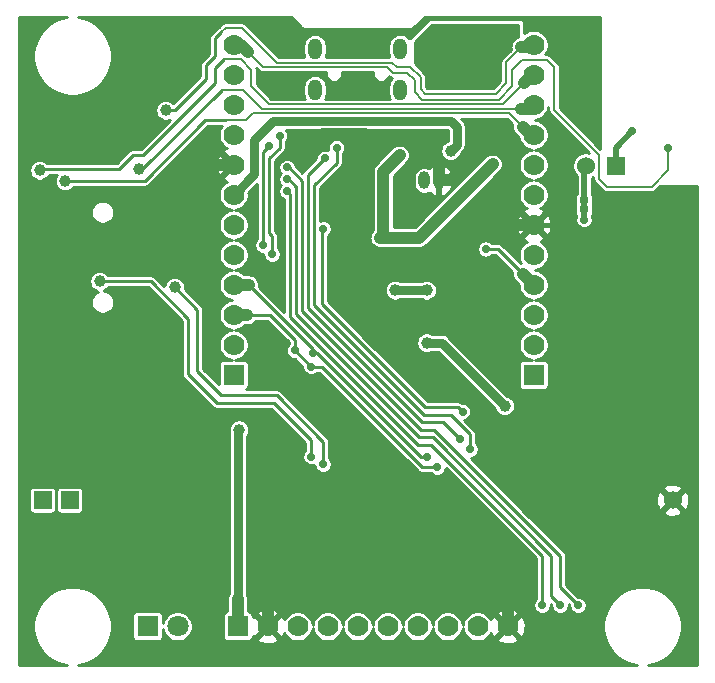
<source format=gbr>
G04 #@! TF.GenerationSoftware,KiCad,Pcbnew,5.1.0-rc2-unknown-036be7d~80~ubuntu16.04.1*
G04 #@! TF.CreationDate,2022-05-16T13:48:37+03:00*
G04 #@! TF.ProjectId,LoRa-STM32WL-DevKit_RevD,4c6f5261-2d53-4544-9d33-32574c2d4465,D*
G04 #@! TF.SameCoordinates,Original*
G04 #@! TF.FileFunction,Copper,L2,Bot*
G04 #@! TF.FilePolarity,Positive*
%FSLAX46Y46*%
G04 Gerber Fmt 4.6, Leading zero omitted, Abs format (unit mm)*
G04 Created by KiCad (PCBNEW 5.1.0-rc2-unknown-036be7d~80~ubuntu16.04.1) date 2022-05-16 13:48:37*
%MOMM*%
%LPD*%
G04 APERTURE LIST*
%ADD10C,0.508000*%
%ADD11O,1.200000X1.800000*%
%ADD12C,1.524000*%
%ADD13R,1.524000X1.524000*%
%ADD14O,1.000000X1.500000*%
%ADD15C,1.800000*%
%ADD16R,1.800000X1.800000*%
%ADD17R,0.762000X0.508000*%
%ADD18C,1.778000*%
%ADD19R,1.778000X1.778000*%
%ADD20R,0.400000X0.400000*%
%ADD21R,1.422400X1.422400*%
%ADD22C,1.000000*%
%ADD23C,0.700000*%
%ADD24C,0.800000*%
%ADD25C,0.457200*%
%ADD26C,1.016000*%
%ADD27C,0.254000*%
%ADD28C,0.762000*%
%ADD29C,0.177800*%
%ADD30C,0.250000*%
G04 APERTURE END LIST*
D10*
X102997000Y-102362000D02*
X102997000Y-103124000D01*
D11*
X87420000Y-89539000D03*
X87420000Y-93009000D03*
X80220000Y-93009000D03*
X80220000Y-89539000D03*
D12*
X103124000Y-99441000D03*
D13*
X105664000Y-99441000D03*
D14*
X90693400Y-100685600D03*
X89443400Y-100685600D03*
D15*
X68580000Y-138430000D03*
D16*
X66040000Y-138430000D03*
D17*
X102997000Y-103124000D03*
X102997000Y-102362000D03*
D18*
X81280000Y-138430000D03*
X78740000Y-138430000D03*
X76200000Y-138430000D03*
D19*
X73660000Y-138430000D03*
D18*
X83820000Y-138430000D03*
X86360000Y-138430000D03*
X91440000Y-138430000D03*
X88900000Y-138430000D03*
X93980000Y-138430000D03*
X96520000Y-138430000D03*
D13*
X57150000Y-127762000D03*
D12*
X110490000Y-127762000D03*
D13*
X59470000Y-127762000D03*
D20*
X83015200Y-100071400D03*
X84015200Y-100071400D03*
X84815200Y-100871400D03*
X84815200Y-101871400D03*
X84015200Y-102671400D03*
X83015200Y-102671400D03*
X82215200Y-101871400D03*
X82215200Y-100871400D03*
D21*
X83515200Y-101371400D03*
D18*
X98724000Y-112070000D03*
X98724000Y-106990000D03*
X98724000Y-101910000D03*
X73324000Y-94290000D03*
X98724000Y-89210000D03*
X98724000Y-94290000D03*
X98724000Y-96830000D03*
X98724000Y-99370000D03*
X73324000Y-112070000D03*
X73324000Y-101910000D03*
X98724000Y-91750000D03*
X98724000Y-114610000D03*
X73324000Y-89210000D03*
X73324000Y-114610000D03*
X73324000Y-99370000D03*
D19*
X98724000Y-117150000D03*
D18*
X73324000Y-96830000D03*
X73324000Y-104450000D03*
X98724000Y-104450000D03*
X73324000Y-106990000D03*
X73324000Y-91750000D03*
X73324000Y-109530000D03*
X98724000Y-109530000D03*
D19*
X73324000Y-117150000D03*
D22*
X70231000Y-101092000D03*
X91821000Y-108331000D03*
X84582000Y-96901000D03*
X79502000Y-98298000D03*
X78232000Y-98298000D03*
X80010000Y-97028000D03*
X78740000Y-97028000D03*
X89662000Y-96901000D03*
X90932000Y-96901000D03*
D23*
X82042000Y-107188000D03*
X84582000Y-107188000D03*
D24*
X81661000Y-110871000D03*
D22*
X85979000Y-114808000D03*
X91821000Y-111252000D03*
D23*
X96393000Y-115824000D03*
D24*
X77216000Y-103251000D03*
D22*
X70231000Y-99695000D03*
D23*
X103505000Y-112776000D03*
X102489000Y-110998000D03*
X101600000Y-104140000D03*
D22*
X109601000Y-101727000D03*
X110998000Y-108077000D03*
X110998000Y-115697000D03*
D23*
X76835000Y-91821000D03*
D22*
X58928000Y-113792000D03*
X57023000Y-113792000D03*
X67818000Y-115316000D03*
X80264000Y-117856000D03*
X80264000Y-120523000D03*
X74803000Y-120523000D03*
X86614000Y-112903000D03*
X78613000Y-117856000D03*
X90678000Y-133731000D03*
D23*
X87630000Y-136525000D03*
X86741000Y-134874000D03*
X84201000Y-134874000D03*
X81661000Y-134874000D03*
D22*
X77089000Y-133096000D03*
X84709000Y-128016000D03*
X77851000Y-127381000D03*
X82169000Y-130937000D03*
X71247000Y-134874000D03*
X56007000Y-134874000D03*
X71628000Y-124206000D03*
X67183000Y-129159000D03*
X64516000Y-124079000D03*
X57023000Y-123825000D03*
X60198000Y-118364000D03*
X71247000Y-140716000D03*
X104394000Y-141097000D03*
X92837000Y-140716000D03*
X85090000Y-140716000D03*
X63754000Y-140716000D03*
X56134000Y-97282000D03*
X62230000Y-97282000D03*
X69977000Y-105283000D03*
X66040000Y-91694000D03*
X64643000Y-89281000D03*
X70739000Y-89535000D03*
X77216000Y-87757000D03*
X75565000Y-108204000D03*
X84709000Y-124460000D03*
X90805000Y-128270000D03*
X95377000Y-130683000D03*
X97917000Y-133985000D03*
X111506000Y-132715000D03*
X103759000Y-132842000D03*
X103759000Y-127000000D03*
X97917000Y-127000000D03*
X95123000Y-123317000D03*
X101219000Y-123317000D03*
X107823000Y-123190000D03*
X111252000Y-120142000D03*
X106680000Y-118872000D03*
X108458000Y-109093000D03*
X112014000Y-101727000D03*
X100838000Y-96901000D03*
X103124000Y-87376000D03*
X103124000Y-94488000D03*
X101219000Y-89916000D03*
X101219000Y-106807000D03*
D23*
X96393000Y-117856000D03*
X94361000Y-120142000D03*
X80899000Y-104775000D03*
X92710000Y-120269000D03*
D22*
X87376000Y-98552000D03*
X95250000Y-99314000D03*
X85725000Y-105537000D03*
D23*
X102997000Y-104013000D03*
X94681040Y-106486960D03*
X77851000Y-101600000D03*
X99441000Y-136652000D03*
D22*
X91694000Y-98171000D03*
D23*
X90551000Y-88011000D03*
X91821000Y-91059000D03*
X89154000Y-88900000D03*
X95123000Y-88011000D03*
X95123000Y-91059000D03*
X96520000Y-89535000D03*
X97028000Y-88011000D03*
X89154000Y-90678000D03*
X90551000Y-92075000D03*
X90551000Y-89916000D03*
X91821000Y-88900000D03*
X95123000Y-89535000D03*
X81026000Y-98806000D03*
X92456000Y-122555000D03*
X82042000Y-97917000D03*
X93345000Y-123444000D03*
X77851000Y-100584000D03*
X100965000Y-136652000D03*
X77851000Y-99568000D03*
X102489000Y-136652000D03*
X77216000Y-96901000D03*
X76581000Y-106934000D03*
X76327000Y-97790000D03*
X75819000Y-106172000D03*
D22*
X86995000Y-109982000D03*
X89662000Y-109982000D03*
X89662000Y-114427000D03*
D23*
X107061000Y-96520000D03*
D22*
X96266000Y-119761000D03*
X73787000Y-121793000D03*
X68326000Y-109728000D03*
D23*
X80899000Y-124714000D03*
D22*
X67564000Y-94742000D03*
X65355000Y-99745000D03*
X59055000Y-100711000D03*
X61976000Y-109220000D03*
D23*
X79883000Y-124079000D03*
X78486000Y-115062000D03*
X79883000Y-116459000D03*
X90551000Y-124968000D03*
D22*
X56896000Y-99822000D03*
D23*
X110109000Y-97917000D03*
X89662000Y-124079000D03*
X80010000Y-115316000D03*
D25*
X73318800Y-99364800D02*
X73324000Y-99370000D01*
D26*
X84582000Y-98044000D02*
X84582000Y-96901000D01*
X83515200Y-99110800D02*
X84582000Y-98044000D01*
X83515200Y-101371400D02*
X83515200Y-99110800D01*
X79502000Y-98171000D02*
X80899000Y-96774000D01*
X84455000Y-96774000D02*
X84582000Y-96901000D01*
X80899000Y-96774000D02*
X84455000Y-96774000D01*
X79502000Y-98298000D02*
X79502000Y-98171000D01*
X84582000Y-96901000D02*
X89662000Y-96901000D01*
X91719400Y-100685600D02*
X90693400Y-100685600D01*
X94742000Y-97663000D02*
X91719400Y-100685600D01*
X98724000Y-104450000D02*
X97084000Y-104450000D01*
X97084000Y-104450000D02*
X96520000Y-103886000D01*
X96520000Y-103886000D02*
X96520000Y-97663000D01*
X96520000Y-97663000D02*
X94742000Y-97663000D01*
D10*
X83515200Y-103073200D02*
X83515200Y-101371400D01*
X84582000Y-107188000D02*
X84709000Y-107061000D01*
X84709000Y-107061000D02*
X84709000Y-104267000D01*
X84709000Y-104267000D02*
X83515200Y-103073200D01*
D26*
X85217000Y-107823000D02*
X84582000Y-107188000D01*
X85217000Y-114046000D02*
X85217000Y-107823000D01*
X85979000Y-114808000D02*
X85217000Y-114046000D01*
D10*
X77851000Y-98298000D02*
X78232000Y-98298000D01*
X76962000Y-99187000D02*
X77851000Y-98298000D01*
X76962000Y-102997000D02*
X76962000Y-99187000D01*
X77216000Y-103251000D02*
X76962000Y-102997000D01*
D26*
X70561200Y-99364800D02*
X73318800Y-99364800D01*
X70231000Y-99695000D02*
X70561200Y-99364800D01*
X70231000Y-99695000D02*
X70231000Y-101092000D01*
D25*
X101600000Y-104140000D02*
X101290000Y-104450000D01*
X101290000Y-104450000D02*
X98724000Y-104450000D01*
X102997000Y-105537000D02*
X101600000Y-104140000D01*
X109601000Y-101727000D02*
X109601000Y-102870000D01*
X109601000Y-102870000D02*
X106934000Y-105537000D01*
X106934000Y-105537000D02*
X102997000Y-105537000D01*
D26*
X80264000Y-117856000D02*
X80264000Y-120523000D01*
X65659000Y-120523000D02*
X58928000Y-113792000D01*
X74803000Y-120523000D02*
X65659000Y-120523000D01*
X76200000Y-121920000D02*
X74803000Y-120523000D01*
X80264000Y-120523000D02*
X82804000Y-123063000D01*
X82804000Y-123063000D02*
X82804000Y-126111000D01*
X76200000Y-126238000D02*
X76200000Y-121920000D01*
X76327000Y-126111000D02*
X76200000Y-126238000D01*
X82804000Y-126111000D02*
X76327000Y-126111000D01*
X76200000Y-138430000D02*
X76200000Y-126238000D01*
X88900000Y-126111000D02*
X82804000Y-126111000D01*
X96520000Y-133731000D02*
X88900000Y-126111000D01*
X96520000Y-138430000D02*
X96520000Y-133731000D01*
X90693400Y-99456400D02*
X90693400Y-100685600D01*
X89662000Y-98425000D02*
X90693400Y-99456400D01*
X89662000Y-96901000D02*
X89662000Y-98425000D01*
D27*
X80772000Y-104902000D02*
X80899000Y-104775000D01*
X92710000Y-120269000D02*
X92329000Y-119888000D01*
X92329000Y-119888000D02*
X89535000Y-119888000D01*
X89535000Y-119888000D02*
X80772000Y-111125000D01*
X80772000Y-111125000D02*
X80772000Y-104902000D01*
D26*
X89027000Y-105537000D02*
X85725000Y-105537000D01*
X95250000Y-99314000D02*
X89027000Y-105537000D01*
X85979000Y-99949000D02*
X87376000Y-98552000D01*
X85979000Y-105283000D02*
X85979000Y-99949000D01*
X85725000Y-105537000D02*
X85979000Y-105283000D01*
D10*
X102997000Y-103124000D02*
X102997000Y-104013000D01*
D26*
X98724000Y-109530000D02*
X98724000Y-109519000D01*
X98724000Y-109519000D02*
X97790000Y-108585000D01*
D27*
X95691960Y-106486960D02*
X94681040Y-106486960D01*
X97790000Y-108585000D02*
X95691960Y-106486960D01*
X78105000Y-101854000D02*
X77851000Y-101600000D01*
X99441000Y-136652000D02*
X99441000Y-132461000D01*
X99441000Y-132461000D02*
X90043000Y-123063000D01*
X90043000Y-123063000D02*
X88900000Y-123063000D01*
X78105000Y-112268000D02*
X78105000Y-101854000D01*
X88900000Y-123063000D02*
X78105000Y-112268000D01*
D28*
X75057000Y-97282000D02*
X75057000Y-100177000D01*
X76657200Y-95681800D02*
X75057000Y-97282000D01*
X75057000Y-100177000D02*
X73324000Y-101910000D01*
X91694000Y-98171000D02*
X92202000Y-97663000D01*
X92202000Y-97663000D02*
X92202000Y-96139000D01*
X92202000Y-96139000D02*
X91744800Y-95681800D01*
X91744800Y-95681800D02*
X76657200Y-95681800D01*
D27*
X79629000Y-100203000D02*
X81026000Y-98806000D01*
X92456000Y-122555000D02*
X91059000Y-121158000D01*
X91059000Y-121158000D02*
X89281000Y-121158000D01*
X89281000Y-121158000D02*
X79629000Y-111506000D01*
X79629000Y-111506000D02*
X79629000Y-100203000D01*
X82042000Y-99187000D02*
X82042000Y-97917000D01*
X80137000Y-101092000D02*
X82042000Y-99187000D01*
X80137000Y-111252000D02*
X80137000Y-101092000D01*
X93345000Y-123444000D02*
X93345000Y-122174000D01*
X91694000Y-120523000D02*
X89408000Y-120523000D01*
X93345000Y-122174000D02*
X91694000Y-120523000D01*
X89408000Y-120523000D02*
X80137000Y-111252000D01*
X77978000Y-100584000D02*
X77851000Y-100584000D01*
X78613000Y-101219000D02*
X77978000Y-100584000D01*
X78613000Y-112014000D02*
X78613000Y-101219000D01*
X89027000Y-122428000D02*
X78613000Y-112014000D01*
X100965000Y-136652000D02*
X100203000Y-135890000D01*
X100203000Y-135890000D02*
X100203000Y-132461000D01*
X100203000Y-132461000D02*
X90170000Y-122428000D01*
X90170000Y-122428000D02*
X89027000Y-122428000D01*
X77978000Y-99568000D02*
X77851000Y-99568000D01*
X79121000Y-100711000D02*
X77978000Y-99568000D01*
X79121000Y-111760000D02*
X79121000Y-100711000D01*
X89154000Y-121793000D02*
X79121000Y-111760000D01*
X102489000Y-136652000D02*
X100965000Y-135128000D01*
X100965000Y-135128000D02*
X100965000Y-132461000D01*
X100965000Y-132461000D02*
X90297000Y-121793000D01*
X90297000Y-121793000D02*
X89154000Y-121793000D01*
X76327000Y-98806000D02*
X77216000Y-97917000D01*
X76327000Y-105156000D02*
X76327000Y-98806000D01*
X77216000Y-97917000D02*
X77216000Y-96901000D01*
X76581000Y-106934000D02*
X76581000Y-105410000D01*
X76581000Y-105410000D02*
X76327000Y-105156000D01*
X75819000Y-98298000D02*
X76327000Y-97790000D01*
X75819000Y-106172000D02*
X75819000Y-98298000D01*
D28*
X89662000Y-109982000D02*
X86995000Y-109982000D01*
X90932000Y-114427000D02*
X89662000Y-114427000D01*
X96266000Y-119761000D02*
X90932000Y-114427000D01*
D10*
X105664000Y-97917000D02*
X107061000Y-96520000D01*
X105664000Y-99441000D02*
X105664000Y-97917000D01*
D26*
X73660000Y-136144000D02*
X73660000Y-138430000D01*
D28*
X73660000Y-121920000D02*
X73660000Y-136144000D01*
X73787000Y-121793000D02*
X73660000Y-121920000D01*
D10*
X102997000Y-102362000D02*
X102997000Y-101219000D01*
X102997000Y-99568000D02*
X102997000Y-101219000D01*
X103124000Y-99441000D02*
X102997000Y-99568000D01*
D27*
X70231000Y-111633000D02*
X68326000Y-109728000D01*
X70231000Y-116840000D02*
X70231000Y-111633000D01*
X80899000Y-122809000D02*
X76962000Y-118872000D01*
X76962000Y-118872000D02*
X72263000Y-118872000D01*
X80899000Y-124714000D02*
X80899000Y-122809000D01*
X72263000Y-118872000D02*
X70231000Y-116840000D01*
D26*
X98724000Y-89210000D02*
X98526000Y-89408000D01*
X98526000Y-89408000D02*
X97663000Y-89408000D01*
D29*
X72644000Y-87757000D02*
X72263000Y-88138000D01*
X95504000Y-93345000D02*
X89535000Y-93345000D01*
X74041000Y-87757000D02*
X72644000Y-87757000D01*
X89535000Y-93345000D02*
X89154000Y-92964000D01*
X96393000Y-92456000D02*
X95504000Y-93345000D01*
X97663000Y-89408000D02*
X96393000Y-90678000D01*
X96393000Y-90678000D02*
X96393000Y-92456000D01*
X89154000Y-91948000D02*
X88265000Y-91059000D01*
X89154000Y-92964000D02*
X89154000Y-91948000D01*
X88265000Y-91059000D02*
X87122000Y-91059000D01*
X87122000Y-91059000D02*
X86779100Y-90716100D01*
X77000100Y-90716100D02*
X74041000Y-87757000D01*
X86779100Y-90716100D02*
X77000100Y-90716100D01*
D27*
X72263000Y-88138000D02*
X71755000Y-88646000D01*
X71755000Y-88646000D02*
X71755000Y-90170000D01*
X71755000Y-90170000D02*
X70993000Y-90932000D01*
X70993000Y-90932000D02*
X70993000Y-92075000D01*
X68326000Y-94742000D02*
X67564000Y-94742000D01*
X70993000Y-92075000D02*
X68326000Y-94742000D01*
D26*
X98724000Y-94290000D02*
X98399000Y-94615000D01*
X98399000Y-94615000D02*
X97663000Y-94615000D01*
D29*
X75692000Y-94615000D02*
X74091800Y-93014800D01*
X74091800Y-93014800D02*
X72313800Y-93014800D01*
X97663000Y-94615000D02*
X75692000Y-94615000D01*
D27*
X65583600Y-99745000D02*
X65355000Y-99745000D01*
X72313800Y-93014800D02*
X65583600Y-99745000D01*
D26*
X98724000Y-96830000D02*
X98724000Y-96819000D01*
X98724000Y-96830000D02*
X98481000Y-96830000D01*
X98481000Y-96830000D02*
X97790000Y-96139000D01*
D29*
X97790000Y-96139000D02*
X96647000Y-94996000D01*
X96647000Y-94996000D02*
X74930000Y-94996000D01*
X74930000Y-94996000D02*
X74371200Y-95554800D01*
X74371200Y-95554800D02*
X72720200Y-95554800D01*
D27*
X70942200Y-95554800D02*
X72720200Y-95554800D01*
X65786000Y-100711000D02*
X70942200Y-95554800D01*
X59055000Y-100711000D02*
X65786000Y-100711000D01*
X69469000Y-112395000D02*
X66294000Y-109220000D01*
X66294000Y-109220000D02*
X61976000Y-109220000D01*
X69469000Y-117094000D02*
X69469000Y-112395000D01*
X79883000Y-124079000D02*
X79883000Y-122682000D01*
X79883000Y-122682000D02*
X76708000Y-119507000D01*
X76708000Y-119507000D02*
X71882000Y-119507000D01*
X71882000Y-119507000D02*
X69469000Y-117094000D01*
X78486000Y-114173000D02*
X76383000Y-112070000D01*
X78486000Y-115062000D02*
X78486000Y-114173000D01*
X79883000Y-116459000D02*
X78486000Y-115062000D01*
D26*
X73324000Y-112070000D02*
X74493000Y-112070000D01*
D30*
X76383000Y-112070000D02*
X74493000Y-112070000D01*
D27*
X80772000Y-116459000D02*
X79883000Y-116459000D01*
X90551000Y-124968000D02*
X89281000Y-124968000D01*
X89281000Y-124968000D02*
X80772000Y-116459000D01*
D26*
X98724000Y-91750000D02*
X98623000Y-91750000D01*
X98623000Y-91750000D02*
X97917000Y-92456000D01*
D29*
X73914000Y-90424000D02*
X72517000Y-90424000D01*
X74803000Y-91313000D02*
X73914000Y-90424000D01*
X97917000Y-92456000D02*
X96139000Y-94234000D01*
X76327000Y-94234000D02*
X74803000Y-92710000D01*
X96139000Y-94234000D02*
X76327000Y-94234000D01*
X74803000Y-92710000D02*
X74803000Y-91313000D01*
D27*
X57023000Y-99695000D02*
X56896000Y-99822000D01*
X63627000Y-99695000D02*
X57023000Y-99695000D01*
X64770000Y-98552000D02*
X63627000Y-99695000D01*
X72517000Y-90424000D02*
X71755000Y-91186000D01*
X71755000Y-91186000D02*
X71755000Y-92456000D01*
X71755000Y-92456000D02*
X65659000Y-98552000D01*
X65659000Y-98552000D02*
X64770000Y-98552000D01*
D26*
X73324000Y-89210000D02*
X73970000Y-89210000D01*
X73970000Y-89210000D02*
X74549000Y-89789000D01*
D29*
X75831700Y-91071700D02*
X74549000Y-89789000D01*
X86347300Y-91071700D02*
X75831700Y-91071700D01*
X86842600Y-91567000D02*
X86347300Y-91071700D01*
X88011000Y-91567000D02*
X86842600Y-91567000D01*
X88646000Y-92202000D02*
X88011000Y-91567000D01*
X89281000Y-93853000D02*
X88646000Y-93218000D01*
X104902000Y-101219000D02*
X104267000Y-100584000D01*
X96901000Y-92710000D02*
X95758000Y-93853000D01*
X110109000Y-99822000D02*
X108712000Y-101219000D01*
X110109000Y-97917000D02*
X110109000Y-99822000D01*
X95758000Y-93853000D02*
X89281000Y-93853000D01*
X108712000Y-101219000D02*
X104902000Y-101219000D01*
X104267000Y-98552000D02*
X100457000Y-94742000D01*
X88646000Y-93218000D02*
X88646000Y-92202000D01*
X104267000Y-100584000D02*
X104267000Y-98552000D01*
X100457000Y-94742000D02*
X100457000Y-91059000D01*
X99872800Y-90474800D02*
X97739200Y-90474800D01*
X100457000Y-91059000D02*
X99872800Y-90474800D01*
X96901000Y-91313000D02*
X96901000Y-92710000D01*
X97739200Y-90474800D02*
X96901000Y-91313000D01*
D26*
X74605000Y-109530000D02*
X73324000Y-109530000D01*
D27*
X80010000Y-114935000D02*
X74605000Y-109530000D01*
X80010000Y-115316000D02*
X80010000Y-114935000D01*
X80391000Y-115316000D02*
X89154000Y-124079000D01*
X80010000Y-115316000D02*
X80391000Y-115316000D01*
X89154000Y-124079000D02*
X89662000Y-124079000D01*
G36*
X58719550Y-86970855D02*
G01*
X58114075Y-87221651D01*
X57569161Y-87585750D01*
X57105750Y-88049161D01*
X56741651Y-88594075D01*
X56490855Y-89199550D01*
X56363000Y-89842319D01*
X56363000Y-90497681D01*
X56490855Y-91140450D01*
X56741651Y-91745925D01*
X57105750Y-92290839D01*
X57569161Y-92754250D01*
X58114075Y-93118349D01*
X58719550Y-93369145D01*
X59362319Y-93497000D01*
X60017681Y-93497000D01*
X60660450Y-93369145D01*
X61265925Y-93118349D01*
X61810839Y-92754250D01*
X62274250Y-92290839D01*
X62638349Y-91745925D01*
X62889145Y-91140450D01*
X63017000Y-90497681D01*
X63017000Y-89842319D01*
X62889145Y-89199550D01*
X62638349Y-88594075D01*
X62274250Y-88049161D01*
X61810839Y-87585750D01*
X61265925Y-87221651D01*
X60660450Y-86970855D01*
X60143364Y-86868000D01*
X78148580Y-86868000D01*
X78998150Y-87717571D01*
X79014052Y-87736948D01*
X79033429Y-87752850D01*
X79091404Y-87800429D01*
X79131853Y-87822049D01*
X79179657Y-87847601D01*
X79275415Y-87876649D01*
X79350053Y-87884000D01*
X79350056Y-87884000D01*
X79375000Y-87886457D01*
X79399944Y-87884000D01*
X88240056Y-87884000D01*
X88265000Y-87886457D01*
X88289944Y-87884000D01*
X88289947Y-87884000D01*
X88364585Y-87876649D01*
X88460343Y-87847601D01*
X88548595Y-87800429D01*
X88625948Y-87736948D01*
X88641855Y-87717565D01*
X89491421Y-86868000D01*
X104368600Y-86868000D01*
X104368600Y-97989061D01*
X100926900Y-94547362D01*
X100926900Y-91082077D01*
X100929173Y-91059000D01*
X100920100Y-90966883D01*
X100893231Y-90878307D01*
X100883569Y-90860231D01*
X100849598Y-90796675D01*
X100790877Y-90725123D01*
X100772948Y-90710409D01*
X100221395Y-90158857D01*
X100206677Y-90140923D01*
X100135125Y-90082202D01*
X100053493Y-90038569D01*
X99964916Y-90011700D01*
X99895877Y-90004900D01*
X99872800Y-90002627D01*
X99849723Y-90004900D01*
X99720281Y-90004900D01*
X99849459Y-89811571D01*
X99945195Y-89580445D01*
X99994000Y-89335084D01*
X99994000Y-89084916D01*
X99945195Y-88839555D01*
X99849459Y-88608429D01*
X99710473Y-88400422D01*
X99533578Y-88223527D01*
X99325571Y-88084541D01*
X99094445Y-87988805D01*
X98849084Y-87940000D01*
X98598916Y-87940000D01*
X98353555Y-87988805D01*
X98122429Y-88084541D01*
X97917000Y-88221804D01*
X97917000Y-87371149D01*
X97909679Y-87296820D01*
X97887998Y-87225347D01*
X97852790Y-87159477D01*
X97805408Y-87101741D01*
X97747672Y-87054359D01*
X97681802Y-87019151D01*
X97610329Y-86997470D01*
X97536000Y-86990149D01*
X90043000Y-86990149D01*
X89968671Y-86997470D01*
X89897198Y-87019151D01*
X89831328Y-87054359D01*
X89773592Y-87101741D01*
X88249592Y-88625741D01*
X88217684Y-88664622D01*
X88117028Y-88541972D01*
X87967651Y-88419382D01*
X87797229Y-88328289D01*
X87612310Y-88272195D01*
X87420000Y-88253254D01*
X87227691Y-88272195D01*
X87042772Y-88328289D01*
X86872350Y-88419382D01*
X86722973Y-88541972D01*
X86600383Y-88691349D01*
X86509290Y-88861771D01*
X86453195Y-89046690D01*
X86439000Y-89190813D01*
X86439000Y-89887186D01*
X86453195Y-90031309D01*
X86509289Y-90216228D01*
X86525309Y-90246200D01*
X81114691Y-90246200D01*
X81130711Y-90216229D01*
X81186805Y-90031310D01*
X81201000Y-89887187D01*
X81201000Y-89190814D01*
X81186805Y-89046691D01*
X81130711Y-88861771D01*
X81039618Y-88691349D01*
X80917028Y-88541972D01*
X80767651Y-88419382D01*
X80597229Y-88328289D01*
X80412310Y-88272195D01*
X80220000Y-88253254D01*
X80027691Y-88272195D01*
X79842772Y-88328289D01*
X79672350Y-88419382D01*
X79522973Y-88541972D01*
X79400383Y-88691349D01*
X79309290Y-88861771D01*
X79253195Y-89046690D01*
X79239000Y-89190813D01*
X79239000Y-89887186D01*
X79253195Y-90031309D01*
X79309289Y-90216228D01*
X79325309Y-90246200D01*
X77194739Y-90246200D01*
X74389595Y-87441057D01*
X74374877Y-87423123D01*
X74303325Y-87364402D01*
X74221693Y-87320769D01*
X74133116Y-87293900D01*
X74064077Y-87287100D01*
X74041000Y-87284827D01*
X74017923Y-87287100D01*
X72667076Y-87287100D01*
X72643999Y-87284827D01*
X72551882Y-87293900D01*
X72518436Y-87304046D01*
X72463307Y-87320769D01*
X72381675Y-87364402D01*
X72310123Y-87423123D01*
X72295409Y-87441052D01*
X72071110Y-87665352D01*
X72067655Y-87666400D01*
X71979404Y-87713571D01*
X71921429Y-87761150D01*
X71413434Y-88269145D01*
X71394052Y-88285052D01*
X71330571Y-88362405D01*
X71283399Y-88450658D01*
X71254351Y-88546416D01*
X71248072Y-88610173D01*
X71244543Y-88646000D01*
X71247000Y-88670945D01*
X71247001Y-89959579D01*
X70651435Y-90555145D01*
X70632052Y-90571052D01*
X70568571Y-90648405D01*
X70521399Y-90736658D01*
X70492351Y-90832416D01*
X70486559Y-90891225D01*
X70482543Y-90932000D01*
X70485000Y-90956945D01*
X70485001Y-91864579D01*
X68208752Y-94140829D01*
X68125605Y-94057682D01*
X67981310Y-93961268D01*
X67820978Y-93894856D01*
X67650771Y-93861000D01*
X67477229Y-93861000D01*
X67307022Y-93894856D01*
X67146690Y-93961268D01*
X67002395Y-94057682D01*
X66879682Y-94180395D01*
X66783268Y-94324690D01*
X66716856Y-94485022D01*
X66683000Y-94655229D01*
X66683000Y-94828771D01*
X66716856Y-94998978D01*
X66783268Y-95159310D01*
X66879682Y-95303605D01*
X67002395Y-95426318D01*
X67146690Y-95522732D01*
X67307022Y-95589144D01*
X67477229Y-95623000D01*
X67650771Y-95623000D01*
X67820978Y-95589144D01*
X67961743Y-95530837D01*
X65448580Y-98044000D01*
X64794943Y-98044000D01*
X64769999Y-98041543D01*
X64745055Y-98044000D01*
X64745053Y-98044000D01*
X64670415Y-98051351D01*
X64574657Y-98080399D01*
X64558753Y-98088900D01*
X64486404Y-98127571D01*
X64447618Y-98159402D01*
X64409052Y-98191052D01*
X64393150Y-98210429D01*
X63416580Y-99187000D01*
X57506923Y-99187000D01*
X57457605Y-99137682D01*
X57313310Y-99041268D01*
X57152978Y-98974856D01*
X56982771Y-98941000D01*
X56809229Y-98941000D01*
X56639022Y-98974856D01*
X56478690Y-99041268D01*
X56334395Y-99137682D01*
X56211682Y-99260395D01*
X56115268Y-99404690D01*
X56048856Y-99565022D01*
X56015000Y-99735229D01*
X56015000Y-99908771D01*
X56048856Y-100078978D01*
X56115268Y-100239310D01*
X56211682Y-100383605D01*
X56334395Y-100506318D01*
X56478690Y-100602732D01*
X56639022Y-100669144D01*
X56809229Y-100703000D01*
X56982771Y-100703000D01*
X57152978Y-100669144D01*
X57313310Y-100602732D01*
X57457605Y-100506318D01*
X57580318Y-100383605D01*
X57676732Y-100239310D01*
X57691772Y-100203000D01*
X58334865Y-100203000D01*
X58274268Y-100293690D01*
X58207856Y-100454022D01*
X58174000Y-100624229D01*
X58174000Y-100797771D01*
X58207856Y-100967978D01*
X58274268Y-101128310D01*
X58370682Y-101272605D01*
X58493395Y-101395318D01*
X58637690Y-101491732D01*
X58798022Y-101558144D01*
X58968229Y-101592000D01*
X59141771Y-101592000D01*
X59311978Y-101558144D01*
X59472310Y-101491732D01*
X59616605Y-101395318D01*
X59739318Y-101272605D01*
X59775135Y-101219000D01*
X65761056Y-101219000D01*
X65786000Y-101221457D01*
X65810944Y-101219000D01*
X65810947Y-101219000D01*
X65885585Y-101211649D01*
X65981343Y-101182601D01*
X66069595Y-101135429D01*
X66146948Y-101071948D01*
X66162855Y-101052565D01*
X67778432Y-99436988D01*
X71794092Y-99436988D01*
X71836557Y-99734171D01*
X71936184Y-100017359D01*
X72014711Y-100164273D01*
X72267769Y-100246626D01*
X73144395Y-99370000D01*
X72267769Y-98493374D01*
X72014711Y-98575727D01*
X71884914Y-98846418D01*
X71810420Y-99137230D01*
X71794092Y-99436988D01*
X67778432Y-99436988D01*
X71152621Y-96062800D01*
X72309211Y-96062800D01*
X72198541Y-96228429D01*
X72102805Y-96459555D01*
X72054000Y-96704916D01*
X72054000Y-96955084D01*
X72102805Y-97200445D01*
X72198541Y-97431571D01*
X72337527Y-97639578D01*
X72514422Y-97816473D01*
X72722429Y-97955459D01*
X72736288Y-97961200D01*
X72676641Y-97982184D01*
X72529727Y-98060711D01*
X72447374Y-98313769D01*
X73324000Y-99190395D01*
X73338143Y-99176253D01*
X73517748Y-99355858D01*
X73503605Y-99370000D01*
X73517748Y-99384143D01*
X73338143Y-99563748D01*
X73324000Y-99549605D01*
X72447374Y-100426231D01*
X72529727Y-100679289D01*
X72736808Y-100778585D01*
X72722429Y-100784541D01*
X72514422Y-100923527D01*
X72337527Y-101100422D01*
X72198541Y-101308429D01*
X72102805Y-101539555D01*
X72054000Y-101784916D01*
X72054000Y-102035084D01*
X72102805Y-102280445D01*
X72198541Y-102511571D01*
X72337527Y-102719578D01*
X72514422Y-102896473D01*
X72722429Y-103035459D01*
X72953555Y-103131195D01*
X73198916Y-103180000D01*
X72953555Y-103228805D01*
X72722429Y-103324541D01*
X72514422Y-103463527D01*
X72337527Y-103640422D01*
X72198541Y-103848429D01*
X72102805Y-104079555D01*
X72054000Y-104324916D01*
X72054000Y-104575084D01*
X72102805Y-104820445D01*
X72198541Y-105051571D01*
X72337527Y-105259578D01*
X72514422Y-105436473D01*
X72722429Y-105575459D01*
X72953555Y-105671195D01*
X73198916Y-105720000D01*
X72953555Y-105768805D01*
X72722429Y-105864541D01*
X72514422Y-106003527D01*
X72337527Y-106180422D01*
X72198541Y-106388429D01*
X72102805Y-106619555D01*
X72054000Y-106864916D01*
X72054000Y-107115084D01*
X72102805Y-107360445D01*
X72198541Y-107591571D01*
X72337527Y-107799578D01*
X72514422Y-107976473D01*
X72722429Y-108115459D01*
X72953555Y-108211195D01*
X73198916Y-108260000D01*
X72953555Y-108308805D01*
X72722429Y-108404541D01*
X72514422Y-108543527D01*
X72337527Y-108720422D01*
X72198541Y-108928429D01*
X72102805Y-109159555D01*
X72054000Y-109404916D01*
X72054000Y-109655084D01*
X72102805Y-109900445D01*
X72198541Y-110131571D01*
X72337527Y-110339578D01*
X72514422Y-110516473D01*
X72722429Y-110655459D01*
X72953555Y-110751195D01*
X73198916Y-110800000D01*
X72953555Y-110848805D01*
X72722429Y-110944541D01*
X72514422Y-111083527D01*
X72337527Y-111260422D01*
X72198541Y-111468429D01*
X72102805Y-111699555D01*
X72054000Y-111944916D01*
X72054000Y-112195084D01*
X72102805Y-112440445D01*
X72198541Y-112671571D01*
X72337527Y-112879578D01*
X72514422Y-113056473D01*
X72722429Y-113195459D01*
X72953555Y-113291195D01*
X73198916Y-113340000D01*
X72953555Y-113388805D01*
X72722429Y-113484541D01*
X72514422Y-113623527D01*
X72337527Y-113800422D01*
X72198541Y-114008429D01*
X72102805Y-114239555D01*
X72054000Y-114484916D01*
X72054000Y-114735084D01*
X72102805Y-114980445D01*
X72198541Y-115211571D01*
X72337527Y-115419578D01*
X72514422Y-115596473D01*
X72722429Y-115735459D01*
X72953555Y-115831195D01*
X73189651Y-115878157D01*
X72435000Y-115878157D01*
X72360311Y-115885513D01*
X72288492Y-115907299D01*
X72222304Y-115942678D01*
X72164289Y-115990289D01*
X72116678Y-116048304D01*
X72081299Y-116114492D01*
X72059513Y-116186311D01*
X72052157Y-116261000D01*
X72052157Y-117942736D01*
X70739000Y-116629580D01*
X70739000Y-111657944D01*
X70741457Y-111633000D01*
X70737872Y-111596601D01*
X70731649Y-111533415D01*
X70702601Y-111437657D01*
X70655429Y-111349405D01*
X70591948Y-111272052D01*
X70572565Y-111256145D01*
X69194423Y-109878003D01*
X69207000Y-109814771D01*
X69207000Y-109641229D01*
X69173144Y-109471022D01*
X69106732Y-109310690D01*
X69010318Y-109166395D01*
X68887605Y-109043682D01*
X68743310Y-108947268D01*
X68582978Y-108880856D01*
X68412771Y-108847000D01*
X68239229Y-108847000D01*
X68069022Y-108880856D01*
X67908690Y-108947268D01*
X67764395Y-109043682D01*
X67641682Y-109166395D01*
X67545268Y-109310690D01*
X67478856Y-109471022D01*
X67445000Y-109641229D01*
X67445000Y-109652580D01*
X66670855Y-108878435D01*
X66654948Y-108859052D01*
X66577595Y-108795571D01*
X66489343Y-108748399D01*
X66393585Y-108719351D01*
X66318947Y-108712000D01*
X66318944Y-108712000D01*
X66294000Y-108709543D01*
X66269056Y-108712000D01*
X62696135Y-108712000D01*
X62660318Y-108658395D01*
X62537605Y-108535682D01*
X62393310Y-108439268D01*
X62232978Y-108372856D01*
X62062771Y-108339000D01*
X61889229Y-108339000D01*
X61719022Y-108372856D01*
X61558690Y-108439268D01*
X61414395Y-108535682D01*
X61291682Y-108658395D01*
X61195268Y-108802690D01*
X61128856Y-108963022D01*
X61095000Y-109133229D01*
X61095000Y-109306771D01*
X61128856Y-109476978D01*
X61195268Y-109637310D01*
X61291682Y-109781605D01*
X61414395Y-109904318D01*
X61558690Y-110000732D01*
X61719022Y-110067144D01*
X61850615Y-110093319D01*
X61765322Y-110128649D01*
X61604649Y-110236007D01*
X61468007Y-110372649D01*
X61360649Y-110533322D01*
X61286699Y-110711853D01*
X61249000Y-110901380D01*
X61249000Y-111094620D01*
X61286699Y-111284147D01*
X61360649Y-111462678D01*
X61468007Y-111623351D01*
X61604649Y-111759993D01*
X61765322Y-111867351D01*
X61943853Y-111941301D01*
X62133380Y-111979000D01*
X62326620Y-111979000D01*
X62516147Y-111941301D01*
X62694678Y-111867351D01*
X62855351Y-111759993D01*
X62991993Y-111623351D01*
X63099351Y-111462678D01*
X63173301Y-111284147D01*
X63211000Y-111094620D01*
X63211000Y-110901380D01*
X63173301Y-110711853D01*
X63099351Y-110533322D01*
X62991993Y-110372649D01*
X62855351Y-110236007D01*
X62694678Y-110128649D01*
X62516147Y-110054699D01*
X62345142Y-110020684D01*
X62393310Y-110000732D01*
X62537605Y-109904318D01*
X62660318Y-109781605D01*
X62696135Y-109728000D01*
X66083580Y-109728000D01*
X68961001Y-112605422D01*
X68961000Y-117069056D01*
X68958543Y-117094000D01*
X68961000Y-117118944D01*
X68961000Y-117118946D01*
X68968351Y-117193584D01*
X68997399Y-117289342D01*
X69044571Y-117377595D01*
X69108052Y-117454948D01*
X69127435Y-117470855D01*
X71505149Y-119848570D01*
X71521052Y-119867948D01*
X71540429Y-119883850D01*
X71598404Y-119931429D01*
X71686655Y-119978600D01*
X71686657Y-119978601D01*
X71782415Y-120007649D01*
X71857053Y-120015000D01*
X71857055Y-120015000D01*
X71881999Y-120017457D01*
X71906943Y-120015000D01*
X76497580Y-120015000D01*
X79375001Y-122892422D01*
X79375000Y-123553210D01*
X79315195Y-123613015D01*
X79235196Y-123732742D01*
X79180092Y-123865775D01*
X79152000Y-124007003D01*
X79152000Y-124150997D01*
X79180092Y-124292225D01*
X79235196Y-124425258D01*
X79315195Y-124544985D01*
X79417015Y-124646805D01*
X79536742Y-124726804D01*
X79669775Y-124781908D01*
X79811003Y-124810000D01*
X79954997Y-124810000D01*
X80096225Y-124781908D01*
X80168000Y-124752178D01*
X80168000Y-124785997D01*
X80196092Y-124927225D01*
X80251196Y-125060258D01*
X80331195Y-125179985D01*
X80433015Y-125281805D01*
X80552742Y-125361804D01*
X80685775Y-125416908D01*
X80827003Y-125445000D01*
X80970997Y-125445000D01*
X81112225Y-125416908D01*
X81245258Y-125361804D01*
X81364985Y-125281805D01*
X81466805Y-125179985D01*
X81546804Y-125060258D01*
X81601908Y-124927225D01*
X81630000Y-124785997D01*
X81630000Y-124642003D01*
X81601908Y-124500775D01*
X81546804Y-124367742D01*
X81466805Y-124248015D01*
X81407000Y-124188210D01*
X81407000Y-122833944D01*
X81409457Y-122809000D01*
X81406542Y-122779404D01*
X81399649Y-122709415D01*
X81370601Y-122613657D01*
X81323429Y-122525405D01*
X81259948Y-122448052D01*
X81240565Y-122432145D01*
X77338855Y-118530435D01*
X77322948Y-118511052D01*
X77245595Y-118447571D01*
X77157343Y-118400399D01*
X77061585Y-118371351D01*
X76986947Y-118364000D01*
X76986944Y-118364000D01*
X76962000Y-118361543D01*
X76937056Y-118364000D01*
X74413203Y-118364000D01*
X74425696Y-118357322D01*
X74483711Y-118309711D01*
X74531322Y-118251696D01*
X74566701Y-118185508D01*
X74588487Y-118113689D01*
X74595843Y-118039000D01*
X74595843Y-116261000D01*
X74588487Y-116186311D01*
X74566701Y-116114492D01*
X74531322Y-116048304D01*
X74483711Y-115990289D01*
X74425696Y-115942678D01*
X74359508Y-115907299D01*
X74287689Y-115885513D01*
X74213000Y-115878157D01*
X73458349Y-115878157D01*
X73694445Y-115831195D01*
X73925571Y-115735459D01*
X74133578Y-115596473D01*
X74310473Y-115419578D01*
X74449459Y-115211571D01*
X74545195Y-114980445D01*
X74594000Y-114735084D01*
X74594000Y-114484916D01*
X74545195Y-114239555D01*
X74449459Y-114008429D01*
X74310473Y-113800422D01*
X74133578Y-113623527D01*
X73925571Y-113484541D01*
X73694445Y-113388805D01*
X73449084Y-113340000D01*
X73694445Y-113291195D01*
X73925571Y-113195459D01*
X74133578Y-113056473D01*
X74231051Y-112959000D01*
X74536667Y-112959000D01*
X74667274Y-112946136D01*
X74834851Y-112895303D01*
X74989291Y-112812753D01*
X75124659Y-112701659D01*
X75227785Y-112576000D01*
X76170580Y-112576000D01*
X77978001Y-114383422D01*
X77978001Y-114536209D01*
X77918195Y-114596015D01*
X77838196Y-114715742D01*
X77783092Y-114848775D01*
X77755000Y-114990003D01*
X77755000Y-115133997D01*
X77783092Y-115275225D01*
X77838196Y-115408258D01*
X77918195Y-115527985D01*
X78020015Y-115629805D01*
X78139742Y-115709804D01*
X78272775Y-115764908D01*
X78414003Y-115793000D01*
X78498580Y-115793000D01*
X79152000Y-116446421D01*
X79152000Y-116530997D01*
X79180092Y-116672225D01*
X79235196Y-116805258D01*
X79315195Y-116924985D01*
X79417015Y-117026805D01*
X79536742Y-117106804D01*
X79669775Y-117161908D01*
X79811003Y-117190000D01*
X79954997Y-117190000D01*
X80096225Y-117161908D01*
X80229258Y-117106804D01*
X80348985Y-117026805D01*
X80408790Y-116967000D01*
X80561580Y-116967000D01*
X88904150Y-125309571D01*
X88920052Y-125328948D01*
X88939429Y-125344850D01*
X88997404Y-125392429D01*
X89075150Y-125433985D01*
X89085657Y-125439601D01*
X89181415Y-125468649D01*
X89256053Y-125476000D01*
X89256055Y-125476000D01*
X89280999Y-125478457D01*
X89305943Y-125476000D01*
X90025210Y-125476000D01*
X90085015Y-125535805D01*
X90204742Y-125615804D01*
X90337775Y-125670908D01*
X90479003Y-125699000D01*
X90622997Y-125699000D01*
X90764225Y-125670908D01*
X90897258Y-125615804D01*
X91016985Y-125535805D01*
X91118805Y-125433985D01*
X91198804Y-125314258D01*
X91253908Y-125181225D01*
X91282000Y-125039997D01*
X91282000Y-125020420D01*
X98933001Y-132671422D01*
X98933000Y-136126210D01*
X98873195Y-136186015D01*
X98793196Y-136305742D01*
X98738092Y-136438775D01*
X98710000Y-136580003D01*
X98710000Y-136723997D01*
X98738092Y-136865225D01*
X98793196Y-136998258D01*
X98873195Y-137117985D01*
X98975015Y-137219805D01*
X99094742Y-137299804D01*
X99227775Y-137354908D01*
X99369003Y-137383000D01*
X99512997Y-137383000D01*
X99654225Y-137354908D01*
X99787258Y-137299804D01*
X99906985Y-137219805D01*
X100008805Y-137117985D01*
X100088804Y-136998258D01*
X100143908Y-136865225D01*
X100172000Y-136723997D01*
X100172000Y-136580003D01*
X100171359Y-136576779D01*
X100234000Y-136639420D01*
X100234000Y-136723997D01*
X100262092Y-136865225D01*
X100317196Y-136998258D01*
X100397195Y-137117985D01*
X100499015Y-137219805D01*
X100618742Y-137299804D01*
X100751775Y-137354908D01*
X100893003Y-137383000D01*
X101036997Y-137383000D01*
X101178225Y-137354908D01*
X101311258Y-137299804D01*
X101430985Y-137219805D01*
X101532805Y-137117985D01*
X101612804Y-136998258D01*
X101667908Y-136865225D01*
X101696000Y-136723997D01*
X101696000Y-136580003D01*
X101695359Y-136576780D01*
X101758000Y-136639421D01*
X101758000Y-136723997D01*
X101786092Y-136865225D01*
X101841196Y-136998258D01*
X101921195Y-137117985D01*
X102023015Y-137219805D01*
X102142742Y-137299804D01*
X102275775Y-137354908D01*
X102417003Y-137383000D01*
X102560997Y-137383000D01*
X102702225Y-137354908D01*
X102835258Y-137299804D01*
X102954985Y-137219805D01*
X103056805Y-137117985D01*
X103136804Y-136998258D01*
X103191908Y-136865225D01*
X103220000Y-136723997D01*
X103220000Y-136580003D01*
X103191908Y-136438775D01*
X103136804Y-136305742D01*
X103056805Y-136186015D01*
X102954985Y-136084195D01*
X102835258Y-136004196D01*
X102702225Y-135949092D01*
X102560997Y-135921000D01*
X102476421Y-135921000D01*
X101473000Y-134917580D01*
X101473000Y-132485943D01*
X101475457Y-132460999D01*
X101473000Y-132436053D01*
X101465649Y-132361415D01*
X101436601Y-132265657D01*
X101436600Y-132265655D01*
X101389429Y-132177404D01*
X101341850Y-132119429D01*
X101325948Y-132100052D01*
X101306571Y-132084150D01*
X97949986Y-128727565D01*
X109704040Y-128727565D01*
X109771020Y-128967656D01*
X110020048Y-129084756D01*
X110287135Y-129151023D01*
X110562017Y-129163910D01*
X110834133Y-129122922D01*
X111093023Y-129029636D01*
X111208980Y-128967656D01*
X111275960Y-128727565D01*
X110490000Y-127941605D01*
X109704040Y-128727565D01*
X97949986Y-128727565D01*
X97056438Y-127834017D01*
X109088090Y-127834017D01*
X109129078Y-128106133D01*
X109222364Y-128365023D01*
X109284344Y-128480980D01*
X109524435Y-128547960D01*
X110310395Y-127762000D01*
X110669605Y-127762000D01*
X111455565Y-128547960D01*
X111695656Y-128480980D01*
X111812756Y-128231952D01*
X111879023Y-127964865D01*
X111891910Y-127689983D01*
X111850922Y-127417867D01*
X111757636Y-127158977D01*
X111695656Y-127043020D01*
X111455565Y-126976040D01*
X110669605Y-127762000D01*
X110310395Y-127762000D01*
X109524435Y-126976040D01*
X109284344Y-127043020D01*
X109167244Y-127292048D01*
X109100977Y-127559135D01*
X109088090Y-127834017D01*
X97056438Y-127834017D01*
X96018856Y-126796435D01*
X109704040Y-126796435D01*
X110490000Y-127582395D01*
X111275960Y-126796435D01*
X111208980Y-126556344D01*
X110959952Y-126439244D01*
X110692865Y-126372977D01*
X110417983Y-126360090D01*
X110145867Y-126401078D01*
X109886977Y-126494364D01*
X109771020Y-126556344D01*
X109704040Y-126796435D01*
X96018856Y-126796435D01*
X93397420Y-124175000D01*
X93416997Y-124175000D01*
X93558225Y-124146908D01*
X93691258Y-124091804D01*
X93810985Y-124011805D01*
X93912805Y-123909985D01*
X93992804Y-123790258D01*
X94047908Y-123657225D01*
X94076000Y-123515997D01*
X94076000Y-123372003D01*
X94047908Y-123230775D01*
X93992804Y-123097742D01*
X93912805Y-122978015D01*
X93853000Y-122918210D01*
X93853000Y-122198944D01*
X93855457Y-122174000D01*
X93852542Y-122144404D01*
X93845649Y-122074415D01*
X93816601Y-121978657D01*
X93769429Y-121890405D01*
X93705948Y-121813052D01*
X93686565Y-121797145D01*
X92871597Y-120982177D01*
X92923225Y-120971908D01*
X93056258Y-120916804D01*
X93175985Y-120836805D01*
X93277805Y-120734985D01*
X93357804Y-120615258D01*
X93412908Y-120482225D01*
X93441000Y-120340997D01*
X93441000Y-120197003D01*
X93412908Y-120055775D01*
X93357804Y-119922742D01*
X93277805Y-119803015D01*
X93175985Y-119701195D01*
X93056258Y-119621196D01*
X92923225Y-119566092D01*
X92781997Y-119538000D01*
X92698933Y-119538000D01*
X92689948Y-119527052D01*
X92612595Y-119463571D01*
X92524343Y-119416399D01*
X92428585Y-119387351D01*
X92353947Y-119380000D01*
X92353944Y-119380000D01*
X92329000Y-119377543D01*
X92304056Y-119380000D01*
X89745421Y-119380000D01*
X84705650Y-114340229D01*
X88781000Y-114340229D01*
X88781000Y-114513771D01*
X88814856Y-114683978D01*
X88881268Y-114844310D01*
X88977682Y-114988605D01*
X89100395Y-115111318D01*
X89244690Y-115207732D01*
X89405022Y-115274144D01*
X89575229Y-115308000D01*
X89748771Y-115308000D01*
X89918978Y-115274144D01*
X90079310Y-115207732D01*
X90107345Y-115189000D01*
X90616370Y-115189000D01*
X95412278Y-119984909D01*
X95418856Y-120017978D01*
X95485268Y-120178310D01*
X95581682Y-120322605D01*
X95704395Y-120445318D01*
X95848690Y-120541732D01*
X96009022Y-120608144D01*
X96179229Y-120642000D01*
X96352771Y-120642000D01*
X96522978Y-120608144D01*
X96683310Y-120541732D01*
X96827605Y-120445318D01*
X96950318Y-120322605D01*
X97046732Y-120178310D01*
X97113144Y-120017978D01*
X97147000Y-119847771D01*
X97147000Y-119674229D01*
X97113144Y-119504022D01*
X97046732Y-119343690D01*
X96950318Y-119199395D01*
X96827605Y-119076682D01*
X96683310Y-118980268D01*
X96522978Y-118913856D01*
X96489909Y-118907278D01*
X91497284Y-113914654D01*
X91473422Y-113885578D01*
X91357392Y-113790355D01*
X91225015Y-113719598D01*
X91081378Y-113676026D01*
X90969426Y-113665000D01*
X90969423Y-113665000D01*
X90932000Y-113661314D01*
X90894577Y-113665000D01*
X90107345Y-113665000D01*
X90079310Y-113646268D01*
X89918978Y-113579856D01*
X89748771Y-113546000D01*
X89575229Y-113546000D01*
X89405022Y-113579856D01*
X89244690Y-113646268D01*
X89100395Y-113742682D01*
X88977682Y-113865395D01*
X88881268Y-114009690D01*
X88814856Y-114170022D01*
X88781000Y-114340229D01*
X84705650Y-114340229D01*
X81280000Y-110914580D01*
X81280000Y-109895229D01*
X86114000Y-109895229D01*
X86114000Y-110068771D01*
X86147856Y-110238978D01*
X86214268Y-110399310D01*
X86310682Y-110543605D01*
X86433395Y-110666318D01*
X86577690Y-110762732D01*
X86738022Y-110829144D01*
X86908229Y-110863000D01*
X87081771Y-110863000D01*
X87251978Y-110829144D01*
X87412310Y-110762732D01*
X87440345Y-110744000D01*
X89216655Y-110744000D01*
X89244690Y-110762732D01*
X89405022Y-110829144D01*
X89575229Y-110863000D01*
X89748771Y-110863000D01*
X89918978Y-110829144D01*
X90079310Y-110762732D01*
X90223605Y-110666318D01*
X90346318Y-110543605D01*
X90442732Y-110399310D01*
X90509144Y-110238978D01*
X90543000Y-110068771D01*
X90543000Y-109895229D01*
X90509144Y-109725022D01*
X90442732Y-109564690D01*
X90346318Y-109420395D01*
X90223605Y-109297682D01*
X90079310Y-109201268D01*
X89918978Y-109134856D01*
X89748771Y-109101000D01*
X89575229Y-109101000D01*
X89405022Y-109134856D01*
X89244690Y-109201268D01*
X89216655Y-109220000D01*
X87440345Y-109220000D01*
X87412310Y-109201268D01*
X87251978Y-109134856D01*
X87081771Y-109101000D01*
X86908229Y-109101000D01*
X86738022Y-109134856D01*
X86577690Y-109201268D01*
X86433395Y-109297682D01*
X86310682Y-109420395D01*
X86214268Y-109564690D01*
X86147856Y-109725022D01*
X86114000Y-109895229D01*
X81280000Y-109895229D01*
X81280000Y-105537000D01*
X84831699Y-105537000D01*
X84848864Y-105711274D01*
X84899697Y-105878851D01*
X84982247Y-106033291D01*
X85093341Y-106168659D01*
X85228709Y-106279753D01*
X85383149Y-106362303D01*
X85550726Y-106413136D01*
X85681333Y-106426000D01*
X85681340Y-106426000D01*
X85725000Y-106430300D01*
X85768660Y-106426000D01*
X88983340Y-106426000D01*
X89027000Y-106430300D01*
X89070660Y-106426000D01*
X89070667Y-106426000D01*
X89182724Y-106414963D01*
X93950040Y-106414963D01*
X93950040Y-106558957D01*
X93978132Y-106700185D01*
X94033236Y-106833218D01*
X94113235Y-106952945D01*
X94215055Y-107054765D01*
X94334782Y-107134764D01*
X94467815Y-107189868D01*
X94609043Y-107217960D01*
X94753037Y-107217960D01*
X94894265Y-107189868D01*
X95027298Y-107134764D01*
X95147025Y-107054765D01*
X95206830Y-106994960D01*
X95481540Y-106994960D01*
X96912379Y-108425799D01*
X96896700Y-108585000D01*
X96913864Y-108759274D01*
X96964698Y-108926852D01*
X97047248Y-109081291D01*
X97130505Y-109182740D01*
X97454000Y-109506235D01*
X97454000Y-109655084D01*
X97502805Y-109900445D01*
X97598541Y-110131571D01*
X97737527Y-110339578D01*
X97914422Y-110516473D01*
X98122429Y-110655459D01*
X98353555Y-110751195D01*
X98598916Y-110800000D01*
X98353555Y-110848805D01*
X98122429Y-110944541D01*
X97914422Y-111083527D01*
X97737527Y-111260422D01*
X97598541Y-111468429D01*
X97502805Y-111699555D01*
X97454000Y-111944916D01*
X97454000Y-112195084D01*
X97502805Y-112440445D01*
X97598541Y-112671571D01*
X97737527Y-112879578D01*
X97914422Y-113056473D01*
X98122429Y-113195459D01*
X98353555Y-113291195D01*
X98598916Y-113340000D01*
X98353555Y-113388805D01*
X98122429Y-113484541D01*
X97914422Y-113623527D01*
X97737527Y-113800422D01*
X97598541Y-114008429D01*
X97502805Y-114239555D01*
X97454000Y-114484916D01*
X97454000Y-114735084D01*
X97502805Y-114980445D01*
X97598541Y-115211571D01*
X97737527Y-115419578D01*
X97914422Y-115596473D01*
X98122429Y-115735459D01*
X98353555Y-115831195D01*
X98589651Y-115878157D01*
X97835000Y-115878157D01*
X97760311Y-115885513D01*
X97688492Y-115907299D01*
X97622304Y-115942678D01*
X97564289Y-115990289D01*
X97516678Y-116048304D01*
X97481299Y-116114492D01*
X97459513Y-116186311D01*
X97452157Y-116261000D01*
X97452157Y-118039000D01*
X97459513Y-118113689D01*
X97481299Y-118185508D01*
X97516678Y-118251696D01*
X97564289Y-118309711D01*
X97622304Y-118357322D01*
X97688492Y-118392701D01*
X97760311Y-118414487D01*
X97835000Y-118421843D01*
X99613000Y-118421843D01*
X99687689Y-118414487D01*
X99759508Y-118392701D01*
X99825696Y-118357322D01*
X99883711Y-118309711D01*
X99931322Y-118251696D01*
X99966701Y-118185508D01*
X99988487Y-118113689D01*
X99995843Y-118039000D01*
X99995843Y-116261000D01*
X99988487Y-116186311D01*
X99966701Y-116114492D01*
X99931322Y-116048304D01*
X99883711Y-115990289D01*
X99825696Y-115942678D01*
X99759508Y-115907299D01*
X99687689Y-115885513D01*
X99613000Y-115878157D01*
X98858349Y-115878157D01*
X99094445Y-115831195D01*
X99325571Y-115735459D01*
X99533578Y-115596473D01*
X99710473Y-115419578D01*
X99849459Y-115211571D01*
X99945195Y-114980445D01*
X99994000Y-114735084D01*
X99994000Y-114484916D01*
X99945195Y-114239555D01*
X99849459Y-114008429D01*
X99710473Y-113800422D01*
X99533578Y-113623527D01*
X99325571Y-113484541D01*
X99094445Y-113388805D01*
X98849084Y-113340000D01*
X99094445Y-113291195D01*
X99325571Y-113195459D01*
X99533578Y-113056473D01*
X99710473Y-112879578D01*
X99849459Y-112671571D01*
X99945195Y-112440445D01*
X99994000Y-112195084D01*
X99994000Y-111944916D01*
X99945195Y-111699555D01*
X99849459Y-111468429D01*
X99710473Y-111260422D01*
X99533578Y-111083527D01*
X99325571Y-110944541D01*
X99094445Y-110848805D01*
X98849084Y-110800000D01*
X99094445Y-110751195D01*
X99325571Y-110655459D01*
X99533578Y-110516473D01*
X99710473Y-110339578D01*
X99849459Y-110131571D01*
X99945195Y-109900445D01*
X99994000Y-109655084D01*
X99994000Y-109404916D01*
X99945195Y-109159555D01*
X99849459Y-108928429D01*
X99710473Y-108720422D01*
X99533578Y-108543527D01*
X99325571Y-108404541D01*
X99094445Y-108308805D01*
X98849084Y-108260000D01*
X99094445Y-108211195D01*
X99325571Y-108115459D01*
X99533578Y-107976473D01*
X99710473Y-107799578D01*
X99849459Y-107591571D01*
X99945195Y-107360445D01*
X99994000Y-107115084D01*
X99994000Y-106864916D01*
X99945195Y-106619555D01*
X99849459Y-106388429D01*
X99710473Y-106180422D01*
X99533578Y-106003527D01*
X99325571Y-105864541D01*
X99311712Y-105858800D01*
X99371359Y-105837816D01*
X99518273Y-105759289D01*
X99600626Y-105506231D01*
X98724000Y-104629605D01*
X97847374Y-105506231D01*
X97929727Y-105759289D01*
X98136808Y-105858585D01*
X98122429Y-105864541D01*
X97914422Y-106003527D01*
X97737527Y-106180422D01*
X97598541Y-106388429D01*
X97502805Y-106619555D01*
X97454000Y-106864916D01*
X97454000Y-107115084D01*
X97502805Y-107360445D01*
X97598541Y-107591571D01*
X97673136Y-107703210D01*
X97630799Y-107707379D01*
X96068815Y-106145395D01*
X96052908Y-106126012D01*
X95975555Y-106062531D01*
X95887303Y-106015359D01*
X95791545Y-105986311D01*
X95716907Y-105978960D01*
X95716904Y-105978960D01*
X95691960Y-105976503D01*
X95667016Y-105978960D01*
X95206830Y-105978960D01*
X95147025Y-105919155D01*
X95027298Y-105839156D01*
X94894265Y-105784052D01*
X94753037Y-105755960D01*
X94609043Y-105755960D01*
X94467815Y-105784052D01*
X94334782Y-105839156D01*
X94215055Y-105919155D01*
X94113235Y-106020975D01*
X94033236Y-106140702D01*
X93978132Y-106273735D01*
X93950040Y-106414963D01*
X89182724Y-106414963D01*
X89201274Y-106413136D01*
X89368851Y-106362303D01*
X89523291Y-106279753D01*
X89658659Y-106168659D01*
X89686499Y-106134736D01*
X91304247Y-104516988D01*
X97194092Y-104516988D01*
X97236557Y-104814171D01*
X97336184Y-105097359D01*
X97414711Y-105244273D01*
X97667769Y-105326626D01*
X98544395Y-104450000D01*
X98903605Y-104450000D01*
X99780231Y-105326626D01*
X100033289Y-105244273D01*
X100163086Y-104973582D01*
X100237580Y-104682770D01*
X100253908Y-104383012D01*
X100211443Y-104085829D01*
X100111816Y-103802641D01*
X100033289Y-103655727D01*
X99780231Y-103573374D01*
X98903605Y-104450000D01*
X98544395Y-104450000D01*
X97667769Y-103573374D01*
X97414711Y-103655727D01*
X97284914Y-103926418D01*
X97210420Y-104217230D01*
X97194092Y-104516988D01*
X91304247Y-104516988D01*
X95909495Y-99911741D01*
X95992752Y-99810292D01*
X96075302Y-99655853D01*
X96126136Y-99488275D01*
X96143300Y-99314000D01*
X96126136Y-99139726D01*
X96075302Y-98972148D01*
X95992752Y-98817709D01*
X95881659Y-98682341D01*
X95746291Y-98571248D01*
X95591852Y-98488698D01*
X95424274Y-98437864D01*
X95250000Y-98420700D01*
X95075725Y-98437864D01*
X94908147Y-98488698D01*
X94753708Y-98571248D01*
X94652259Y-98654505D01*
X88658765Y-104648000D01*
X86868000Y-104648000D01*
X86868000Y-100392328D01*
X88562400Y-100392328D01*
X88562400Y-100978873D01*
X88575148Y-101108306D01*
X88625525Y-101274375D01*
X88707333Y-101427425D01*
X88817426Y-101561575D01*
X88951576Y-101671668D01*
X89104626Y-101753475D01*
X89270695Y-101803852D01*
X89443400Y-101820862D01*
X89616106Y-101803852D01*
X89782175Y-101753475D01*
X89856275Y-101713868D01*
X89922725Y-101787083D01*
X90103649Y-101921073D01*
X90307237Y-102017192D01*
X90391526Y-102029719D01*
X90566400Y-101903554D01*
X90566400Y-100812600D01*
X90820400Y-100812600D01*
X90820400Y-101903554D01*
X90995274Y-102029719D01*
X91079563Y-102017192D01*
X91283151Y-101921073D01*
X91464075Y-101787083D01*
X91615383Y-101620371D01*
X91731259Y-101427343D01*
X91807251Y-101215418D01*
X91840438Y-100992740D01*
X91676505Y-100812600D01*
X90820400Y-100812600D01*
X90566400Y-100812600D01*
X90546400Y-100812600D01*
X90546400Y-100558600D01*
X90566400Y-100558600D01*
X90566400Y-99467646D01*
X90820400Y-99467646D01*
X90820400Y-100558600D01*
X91676505Y-100558600D01*
X91840438Y-100378460D01*
X91807251Y-100155782D01*
X91731259Y-99943857D01*
X91615383Y-99750829D01*
X91464075Y-99584117D01*
X91283151Y-99450127D01*
X91079563Y-99354008D01*
X90995274Y-99341481D01*
X90820400Y-99467646D01*
X90566400Y-99467646D01*
X90391526Y-99341481D01*
X90307237Y-99354008D01*
X90103649Y-99450127D01*
X89922725Y-99584117D01*
X89856274Y-99657333D01*
X89782174Y-99617725D01*
X89616105Y-99567348D01*
X89443400Y-99550338D01*
X89270694Y-99567348D01*
X89104625Y-99617725D01*
X88951575Y-99699532D01*
X88817425Y-99809625D01*
X88707332Y-99943776D01*
X88625525Y-100096826D01*
X88575148Y-100262895D01*
X88562400Y-100392328D01*
X86868000Y-100392328D01*
X86868000Y-100317235D01*
X88035494Y-99149741D01*
X88118751Y-99048292D01*
X88201302Y-98893853D01*
X88252136Y-98726276D01*
X88269300Y-98552001D01*
X88252136Y-98377726D01*
X88201302Y-98210149D01*
X88118751Y-98055709D01*
X88007658Y-97920342D01*
X87872291Y-97809249D01*
X87717851Y-97726698D01*
X87550274Y-97675864D01*
X87375999Y-97658700D01*
X87201724Y-97675864D01*
X87034147Y-97726698D01*
X86879708Y-97809249D01*
X86778259Y-97892506D01*
X85381259Y-99289506D01*
X85347342Y-99317341D01*
X85319507Y-99351258D01*
X85319505Y-99351260D01*
X85236248Y-99452709D01*
X85153698Y-99607148D01*
X85102864Y-99774726D01*
X85085700Y-99949000D01*
X85090001Y-99992670D01*
X85090000Y-104909412D01*
X84982247Y-105040709D01*
X84899697Y-105195149D01*
X84848864Y-105362726D01*
X84831699Y-105537000D01*
X81280000Y-105537000D01*
X81280000Y-105399590D01*
X81364985Y-105342805D01*
X81466805Y-105240985D01*
X81546804Y-105121258D01*
X81601908Y-104988225D01*
X81630000Y-104846997D01*
X81630000Y-104703003D01*
X81601908Y-104561775D01*
X81546804Y-104428742D01*
X81466805Y-104309015D01*
X81364985Y-104207195D01*
X81245258Y-104127196D01*
X81112225Y-104072092D01*
X80970997Y-104044000D01*
X80827003Y-104044000D01*
X80685775Y-104072092D01*
X80645000Y-104088982D01*
X80645000Y-101302420D01*
X82383565Y-99563855D01*
X82402948Y-99547948D01*
X82466429Y-99470595D01*
X82513601Y-99382343D01*
X82542649Y-99286585D01*
X82550000Y-99211947D01*
X82550000Y-99211944D01*
X82552457Y-99187000D01*
X82550000Y-99162056D01*
X82550000Y-98442790D01*
X82609805Y-98382985D01*
X82689804Y-98263258D01*
X82744908Y-98130225D01*
X82773000Y-97988997D01*
X82773000Y-97845003D01*
X82744908Y-97703775D01*
X82689804Y-97570742D01*
X82609805Y-97451015D01*
X82507985Y-97349195D01*
X82388258Y-97269196D01*
X82255225Y-97214092D01*
X82113997Y-97186000D01*
X81970003Y-97186000D01*
X81828775Y-97214092D01*
X81695742Y-97269196D01*
X81576015Y-97349195D01*
X81474195Y-97451015D01*
X81394196Y-97570742D01*
X81339092Y-97703775D01*
X81311000Y-97845003D01*
X81311000Y-97988997D01*
X81339092Y-98130225D01*
X81346209Y-98147406D01*
X81239225Y-98103092D01*
X81097997Y-98075000D01*
X80954003Y-98075000D01*
X80812775Y-98103092D01*
X80679742Y-98158196D01*
X80560015Y-98238195D01*
X80458195Y-98340015D01*
X80378196Y-98459742D01*
X80323092Y-98592775D01*
X80295000Y-98734003D01*
X80295000Y-98818579D01*
X79287430Y-99826150D01*
X79268053Y-99842052D01*
X79252151Y-99861429D01*
X79252150Y-99861430D01*
X79204571Y-99919405D01*
X79160053Y-100002693D01*
X79157400Y-100007657D01*
X79152437Y-100024017D01*
X78571466Y-99443046D01*
X78553908Y-99354775D01*
X78498804Y-99221742D01*
X78418805Y-99102015D01*
X78316985Y-99000195D01*
X78197258Y-98920196D01*
X78064225Y-98865092D01*
X77922997Y-98837000D01*
X77779003Y-98837000D01*
X77637775Y-98865092D01*
X77504742Y-98920196D01*
X77385015Y-99000195D01*
X77283195Y-99102015D01*
X77203196Y-99221742D01*
X77148092Y-99354775D01*
X77120000Y-99496003D01*
X77120000Y-99639997D01*
X77148092Y-99781225D01*
X77203196Y-99914258D01*
X77283195Y-100033985D01*
X77325210Y-100076000D01*
X77283195Y-100118015D01*
X77203196Y-100237742D01*
X77148092Y-100370775D01*
X77120000Y-100512003D01*
X77120000Y-100655997D01*
X77148092Y-100797225D01*
X77203196Y-100930258D01*
X77283195Y-101049985D01*
X77325210Y-101092000D01*
X77283195Y-101134015D01*
X77203196Y-101253742D01*
X77148092Y-101386775D01*
X77120000Y-101528003D01*
X77120000Y-101671997D01*
X77148092Y-101813225D01*
X77203196Y-101946258D01*
X77283195Y-102065985D01*
X77385015Y-102167805D01*
X77504742Y-102247804D01*
X77597001Y-102286019D01*
X77597000Y-111803580D01*
X75482621Y-109689201D01*
X75498301Y-109530000D01*
X75481136Y-109355726D01*
X75430303Y-109188149D01*
X75347753Y-109033709D01*
X75236659Y-108898341D01*
X75101291Y-108787247D01*
X74946851Y-108704697D01*
X74779274Y-108653864D01*
X74648667Y-108641000D01*
X74231051Y-108641000D01*
X74133578Y-108543527D01*
X73925571Y-108404541D01*
X73694445Y-108308805D01*
X73449084Y-108260000D01*
X73694445Y-108211195D01*
X73925571Y-108115459D01*
X74133578Y-107976473D01*
X74310473Y-107799578D01*
X74449459Y-107591571D01*
X74545195Y-107360445D01*
X74594000Y-107115084D01*
X74594000Y-106864916D01*
X74545195Y-106619555D01*
X74449459Y-106388429D01*
X74310473Y-106180422D01*
X74133578Y-106003527D01*
X73925571Y-105864541D01*
X73694445Y-105768805D01*
X73449084Y-105720000D01*
X73694445Y-105671195D01*
X73925571Y-105575459D01*
X74133578Y-105436473D01*
X74310473Y-105259578D01*
X74449459Y-105051571D01*
X74545195Y-104820445D01*
X74594000Y-104575084D01*
X74594000Y-104324916D01*
X74545195Y-104079555D01*
X74449459Y-103848429D01*
X74310473Y-103640422D01*
X74133578Y-103463527D01*
X73925571Y-103324541D01*
X73694445Y-103228805D01*
X73449084Y-103180000D01*
X73694445Y-103131195D01*
X73925571Y-103035459D01*
X74133578Y-102896473D01*
X74310473Y-102719578D01*
X74449459Y-102511571D01*
X74545195Y-102280445D01*
X74594000Y-102035084D01*
X74594000Y-101784916D01*
X74582837Y-101728794D01*
X75311001Y-101000630D01*
X75311000Y-105646210D01*
X75251195Y-105706015D01*
X75171196Y-105825742D01*
X75116092Y-105958775D01*
X75088000Y-106100003D01*
X75088000Y-106243997D01*
X75116092Y-106385225D01*
X75171196Y-106518258D01*
X75251195Y-106637985D01*
X75353015Y-106739805D01*
X75472742Y-106819804D01*
X75605775Y-106874908D01*
X75747003Y-106903000D01*
X75850000Y-106903000D01*
X75850000Y-107005997D01*
X75878092Y-107147225D01*
X75933196Y-107280258D01*
X76013195Y-107399985D01*
X76115015Y-107501805D01*
X76234742Y-107581804D01*
X76367775Y-107636908D01*
X76509003Y-107665000D01*
X76652997Y-107665000D01*
X76794225Y-107636908D01*
X76927258Y-107581804D01*
X77046985Y-107501805D01*
X77148805Y-107399985D01*
X77228804Y-107280258D01*
X77283908Y-107147225D01*
X77312000Y-107005997D01*
X77312000Y-106862003D01*
X77283908Y-106720775D01*
X77228804Y-106587742D01*
X77148805Y-106468015D01*
X77089000Y-106408210D01*
X77089000Y-105434943D01*
X77091457Y-105409999D01*
X77086801Y-105362726D01*
X77081649Y-105310415D01*
X77052601Y-105214657D01*
X77005429Y-105126405D01*
X76941948Y-105049052D01*
X76922565Y-105033145D01*
X76835000Y-104945580D01*
X76835000Y-99016420D01*
X77557565Y-98293855D01*
X77576948Y-98277948D01*
X77640429Y-98200595D01*
X77687601Y-98112343D01*
X77716649Y-98016585D01*
X77724000Y-97941947D01*
X77724000Y-97941944D01*
X77726457Y-97917000D01*
X77724000Y-97892053D01*
X77724000Y-97426790D01*
X77783805Y-97366985D01*
X77863804Y-97247258D01*
X77918908Y-97114225D01*
X77947000Y-96972997D01*
X77947000Y-96829003D01*
X77918908Y-96687775D01*
X77863804Y-96554742D01*
X77789675Y-96443800D01*
X91429170Y-96443800D01*
X91440001Y-96454631D01*
X91440000Y-97323264D01*
X91437022Y-97323856D01*
X91276690Y-97390268D01*
X91132395Y-97486682D01*
X91009682Y-97609395D01*
X90913268Y-97753690D01*
X90846856Y-97914022D01*
X90813000Y-98084229D01*
X90813000Y-98257771D01*
X90846856Y-98427978D01*
X90913268Y-98588310D01*
X91009682Y-98732605D01*
X91132395Y-98855318D01*
X91276690Y-98951732D01*
X91437022Y-99018144D01*
X91607229Y-99052000D01*
X91780771Y-99052000D01*
X91950978Y-99018144D01*
X92111310Y-98951732D01*
X92255605Y-98855318D01*
X92378318Y-98732605D01*
X92474732Y-98588310D01*
X92541144Y-98427978D01*
X92547722Y-98394908D01*
X92714347Y-98228283D01*
X92743422Y-98204422D01*
X92838645Y-98088392D01*
X92909402Y-97956015D01*
X92952974Y-97812378D01*
X92964000Y-97700426D01*
X92964000Y-97700417D01*
X92967685Y-97663001D01*
X92964000Y-97625585D01*
X92964000Y-96176422D01*
X92967686Y-96138999D01*
X92962589Y-96087247D01*
X92952974Y-95989622D01*
X92909402Y-95845985D01*
X92901488Y-95831178D01*
X92858173Y-95750143D01*
X92838645Y-95713608D01*
X92743422Y-95597578D01*
X92714346Y-95573716D01*
X92606530Y-95465900D01*
X96452362Y-95465900D01*
X96922551Y-95936089D01*
X96913864Y-95964726D01*
X96896700Y-96139000D01*
X96913864Y-96313274D01*
X96964698Y-96480852D01*
X97047248Y-96635291D01*
X97130505Y-96736740D01*
X97480109Y-97086345D01*
X97502805Y-97200445D01*
X97598541Y-97431571D01*
X97737527Y-97639578D01*
X97914422Y-97816473D01*
X98122429Y-97955459D01*
X98353555Y-98051195D01*
X98598916Y-98100000D01*
X98353555Y-98148805D01*
X98122429Y-98244541D01*
X97914422Y-98383527D01*
X97737527Y-98560422D01*
X97598541Y-98768429D01*
X97502805Y-98999555D01*
X97454000Y-99244916D01*
X97454000Y-99495084D01*
X97502805Y-99740445D01*
X97598541Y-99971571D01*
X97737527Y-100179578D01*
X97914422Y-100356473D01*
X98122429Y-100495459D01*
X98353555Y-100591195D01*
X98598916Y-100640000D01*
X98353555Y-100688805D01*
X98122429Y-100784541D01*
X97914422Y-100923527D01*
X97737527Y-101100422D01*
X97598541Y-101308429D01*
X97502805Y-101539555D01*
X97454000Y-101784916D01*
X97454000Y-102035084D01*
X97502805Y-102280445D01*
X97598541Y-102511571D01*
X97737527Y-102719578D01*
X97914422Y-102896473D01*
X98122429Y-103035459D01*
X98136288Y-103041200D01*
X98076641Y-103062184D01*
X97929727Y-103140711D01*
X97847374Y-103393769D01*
X98724000Y-104270395D01*
X99600626Y-103393769D01*
X99518273Y-103140711D01*
X99311192Y-103041415D01*
X99325571Y-103035459D01*
X99533578Y-102896473D01*
X99710473Y-102719578D01*
X99849459Y-102511571D01*
X99945195Y-102280445D01*
X99994000Y-102035084D01*
X99994000Y-101784916D01*
X99945195Y-101539555D01*
X99849459Y-101308429D01*
X99710473Y-101100422D01*
X99533578Y-100923527D01*
X99325571Y-100784541D01*
X99094445Y-100688805D01*
X98849084Y-100640000D01*
X99094445Y-100591195D01*
X99325571Y-100495459D01*
X99533578Y-100356473D01*
X99710473Y-100179578D01*
X99849459Y-99971571D01*
X99945195Y-99740445D01*
X99994000Y-99495084D01*
X99994000Y-99244916D01*
X99945195Y-98999555D01*
X99849459Y-98768429D01*
X99710473Y-98560422D01*
X99533578Y-98383527D01*
X99325571Y-98244541D01*
X99094445Y-98148805D01*
X98849084Y-98100000D01*
X99094445Y-98051195D01*
X99325571Y-97955459D01*
X99533578Y-97816473D01*
X99710473Y-97639578D01*
X99849459Y-97431571D01*
X99945195Y-97200445D01*
X99994000Y-96955084D01*
X99994000Y-96704916D01*
X99945195Y-96459555D01*
X99849459Y-96228429D01*
X99710473Y-96020422D01*
X99533578Y-95843527D01*
X99325571Y-95704541D01*
X99094445Y-95608805D01*
X98849084Y-95560000D01*
X99094445Y-95511195D01*
X99325571Y-95415459D01*
X99533578Y-95276473D01*
X99710473Y-95099578D01*
X99849459Y-94891571D01*
X99945195Y-94660445D01*
X99987100Y-94449772D01*
X99987100Y-94718923D01*
X99984827Y-94742000D01*
X99993900Y-94834116D01*
X99996166Y-94841585D01*
X100020769Y-94922692D01*
X100064402Y-95004325D01*
X100123123Y-95075877D01*
X100141057Y-95090595D01*
X103376243Y-98325782D01*
X103236576Y-98298000D01*
X103011424Y-98298000D01*
X102790599Y-98341925D01*
X102582587Y-98428087D01*
X102395380Y-98553174D01*
X102236174Y-98712380D01*
X102111087Y-98899587D01*
X102024925Y-99107599D01*
X101981000Y-99328424D01*
X101981000Y-99553576D01*
X102024925Y-99774401D01*
X102111087Y-99982413D01*
X102236174Y-100169620D01*
X102362000Y-100295446D01*
X102362001Y-101187808D01*
X102362000Y-101823574D01*
X102345289Y-101837289D01*
X102297678Y-101895304D01*
X102262299Y-101961492D01*
X102240513Y-102033311D01*
X102233157Y-102108000D01*
X102233157Y-102616000D01*
X102240513Y-102690689D01*
X102256381Y-102743000D01*
X102240513Y-102795311D01*
X102233157Y-102870000D01*
X102233157Y-103378000D01*
X102240513Y-103452689D01*
X102262299Y-103524508D01*
X102297678Y-103590696D01*
X102345289Y-103648711D01*
X102355593Y-103657168D01*
X102349196Y-103666742D01*
X102294092Y-103799775D01*
X102266000Y-103941003D01*
X102266000Y-104084997D01*
X102294092Y-104226225D01*
X102349196Y-104359258D01*
X102429195Y-104478985D01*
X102531015Y-104580805D01*
X102650742Y-104660804D01*
X102783775Y-104715908D01*
X102925003Y-104744000D01*
X103068997Y-104744000D01*
X103210225Y-104715908D01*
X103343258Y-104660804D01*
X103462985Y-104580805D01*
X103564805Y-104478985D01*
X103644804Y-104359258D01*
X103699908Y-104226225D01*
X103728000Y-104084997D01*
X103728000Y-103941003D01*
X103699908Y-103799775D01*
X103644804Y-103666742D01*
X103638407Y-103657168D01*
X103648711Y-103648711D01*
X103696322Y-103590696D01*
X103731701Y-103524508D01*
X103753487Y-103452689D01*
X103760843Y-103378000D01*
X103760843Y-102870000D01*
X103753487Y-102795311D01*
X103737619Y-102743000D01*
X103753487Y-102690689D01*
X103760843Y-102616000D01*
X103760843Y-102108000D01*
X103753487Y-102033311D01*
X103731701Y-101961492D01*
X103696322Y-101895304D01*
X103648711Y-101837289D01*
X103632000Y-101823575D01*
X103632000Y-100467753D01*
X103665413Y-100453913D01*
X103797100Y-100365923D01*
X103797100Y-100560923D01*
X103794827Y-100584000D01*
X103803900Y-100676116D01*
X103807749Y-100688805D01*
X103830769Y-100764692D01*
X103874402Y-100846325D01*
X103933123Y-100917877D01*
X103951057Y-100932595D01*
X104553409Y-101534948D01*
X104568123Y-101552877D01*
X104639675Y-101611598D01*
X104699227Y-101643429D01*
X104721307Y-101655231D01*
X104809883Y-101682100D01*
X104902000Y-101691173D01*
X104925077Y-101688900D01*
X108688923Y-101688900D01*
X108712000Y-101691173D01*
X108735077Y-101688900D01*
X108804116Y-101682100D01*
X108892693Y-101655231D01*
X108974325Y-101611598D01*
X109045877Y-101552877D01*
X109060595Y-101534943D01*
X109427338Y-101168200D01*
X112522000Y-101168200D01*
X112522001Y-141732000D01*
X108403364Y-141732000D01*
X108920450Y-141629145D01*
X109525925Y-141378349D01*
X110070839Y-141014250D01*
X110534250Y-140550839D01*
X110898349Y-140005925D01*
X111149145Y-139400450D01*
X111277000Y-138757681D01*
X111277000Y-138102319D01*
X111149145Y-137459550D01*
X110898349Y-136854075D01*
X110534250Y-136309161D01*
X110070839Y-135845750D01*
X109525925Y-135481651D01*
X108920450Y-135230855D01*
X108277681Y-135103000D01*
X107622319Y-135103000D01*
X106979550Y-135230855D01*
X106374075Y-135481651D01*
X105829161Y-135845750D01*
X105365750Y-136309161D01*
X105001651Y-136854075D01*
X104750855Y-137459550D01*
X104623000Y-138102319D01*
X104623000Y-138757681D01*
X104750855Y-139400450D01*
X105001651Y-140005925D01*
X105365750Y-140550839D01*
X105829161Y-141014250D01*
X106374075Y-141378349D01*
X106979550Y-141629145D01*
X107496636Y-141732000D01*
X60143364Y-141732000D01*
X60660450Y-141629145D01*
X61265925Y-141378349D01*
X61810839Y-141014250D01*
X62274250Y-140550839D01*
X62638349Y-140005925D01*
X62889145Y-139400450D01*
X63017000Y-138757681D01*
X63017000Y-138102319D01*
X62903159Y-137530000D01*
X64757157Y-137530000D01*
X64757157Y-139330000D01*
X64764513Y-139404689D01*
X64786299Y-139476508D01*
X64821678Y-139542696D01*
X64869289Y-139600711D01*
X64927304Y-139648322D01*
X64993492Y-139683701D01*
X65065311Y-139705487D01*
X65140000Y-139712843D01*
X66940000Y-139712843D01*
X67014689Y-139705487D01*
X67086508Y-139683701D01*
X67152696Y-139648322D01*
X67210711Y-139600711D01*
X67258322Y-139542696D01*
X67293701Y-139476508D01*
X67315487Y-139404689D01*
X67322843Y-139330000D01*
X67322843Y-138676034D01*
X67348228Y-138803654D01*
X67444793Y-139036781D01*
X67584982Y-139246590D01*
X67763410Y-139425018D01*
X67973219Y-139565207D01*
X68206346Y-139661772D01*
X68453833Y-139711000D01*
X68706167Y-139711000D01*
X68953654Y-139661772D01*
X69186781Y-139565207D01*
X69396590Y-139425018D01*
X69575018Y-139246590D01*
X69715207Y-139036781D01*
X69811772Y-138803654D01*
X69861000Y-138556167D01*
X69861000Y-138303833D01*
X69811772Y-138056346D01*
X69715207Y-137823219D01*
X69575018Y-137613410D01*
X69502608Y-137541000D01*
X72388157Y-137541000D01*
X72388157Y-139319000D01*
X72395513Y-139393689D01*
X72417299Y-139465508D01*
X72452678Y-139531696D01*
X72500289Y-139589711D01*
X72558304Y-139637322D01*
X72624492Y-139672701D01*
X72696311Y-139694487D01*
X72771000Y-139701843D01*
X74549000Y-139701843D01*
X74623689Y-139694487D01*
X74695508Y-139672701D01*
X74761696Y-139637322D01*
X74819711Y-139589711D01*
X74867322Y-139531696D01*
X74891624Y-139486231D01*
X75323374Y-139486231D01*
X75405727Y-139739289D01*
X75676418Y-139869086D01*
X75967230Y-139943580D01*
X76266988Y-139959908D01*
X76564171Y-139917443D01*
X76847359Y-139817816D01*
X76994273Y-139739289D01*
X77076626Y-139486231D01*
X76200000Y-138609605D01*
X75323374Y-139486231D01*
X74891624Y-139486231D01*
X74902701Y-139465508D01*
X74924487Y-139393689D01*
X74931843Y-139319000D01*
X74931843Y-139237659D01*
X75143769Y-139306626D01*
X76020395Y-138430000D01*
X76379605Y-138430000D01*
X77256231Y-139306626D01*
X77509289Y-139224273D01*
X77608585Y-139017192D01*
X77614541Y-139031571D01*
X77753527Y-139239578D01*
X77930422Y-139416473D01*
X78138429Y-139555459D01*
X78369555Y-139651195D01*
X78614916Y-139700000D01*
X78865084Y-139700000D01*
X79110445Y-139651195D01*
X79341571Y-139555459D01*
X79549578Y-139416473D01*
X79726473Y-139239578D01*
X79865459Y-139031571D01*
X79961195Y-138800445D01*
X80010000Y-138555084D01*
X80058805Y-138800445D01*
X80154541Y-139031571D01*
X80293527Y-139239578D01*
X80470422Y-139416473D01*
X80678429Y-139555459D01*
X80909555Y-139651195D01*
X81154916Y-139700000D01*
X81405084Y-139700000D01*
X81650445Y-139651195D01*
X81881571Y-139555459D01*
X82089578Y-139416473D01*
X82266473Y-139239578D01*
X82405459Y-139031571D01*
X82501195Y-138800445D01*
X82550000Y-138555084D01*
X82598805Y-138800445D01*
X82694541Y-139031571D01*
X82833527Y-139239578D01*
X83010422Y-139416473D01*
X83218429Y-139555459D01*
X83449555Y-139651195D01*
X83694916Y-139700000D01*
X83945084Y-139700000D01*
X84190445Y-139651195D01*
X84421571Y-139555459D01*
X84629578Y-139416473D01*
X84806473Y-139239578D01*
X84945459Y-139031571D01*
X85041195Y-138800445D01*
X85090000Y-138555084D01*
X85138805Y-138800445D01*
X85234541Y-139031571D01*
X85373527Y-139239578D01*
X85550422Y-139416473D01*
X85758429Y-139555459D01*
X85989555Y-139651195D01*
X86234916Y-139700000D01*
X86485084Y-139700000D01*
X86730445Y-139651195D01*
X86961571Y-139555459D01*
X87169578Y-139416473D01*
X87346473Y-139239578D01*
X87485459Y-139031571D01*
X87581195Y-138800445D01*
X87630000Y-138555084D01*
X87678805Y-138800445D01*
X87774541Y-139031571D01*
X87913527Y-139239578D01*
X88090422Y-139416473D01*
X88298429Y-139555459D01*
X88529555Y-139651195D01*
X88774916Y-139700000D01*
X89025084Y-139700000D01*
X89270445Y-139651195D01*
X89501571Y-139555459D01*
X89709578Y-139416473D01*
X89886473Y-139239578D01*
X90025459Y-139031571D01*
X90121195Y-138800445D01*
X90170000Y-138555084D01*
X90218805Y-138800445D01*
X90314541Y-139031571D01*
X90453527Y-139239578D01*
X90630422Y-139416473D01*
X90838429Y-139555459D01*
X91069555Y-139651195D01*
X91314916Y-139700000D01*
X91565084Y-139700000D01*
X91810445Y-139651195D01*
X92041571Y-139555459D01*
X92249578Y-139416473D01*
X92426473Y-139239578D01*
X92565459Y-139031571D01*
X92661195Y-138800445D01*
X92710000Y-138555084D01*
X92758805Y-138800445D01*
X92854541Y-139031571D01*
X92993527Y-139239578D01*
X93170422Y-139416473D01*
X93378429Y-139555459D01*
X93609555Y-139651195D01*
X93854916Y-139700000D01*
X94105084Y-139700000D01*
X94350445Y-139651195D01*
X94581571Y-139555459D01*
X94685177Y-139486231D01*
X95643374Y-139486231D01*
X95725727Y-139739289D01*
X95996418Y-139869086D01*
X96287230Y-139943580D01*
X96586988Y-139959908D01*
X96884171Y-139917443D01*
X97167359Y-139817816D01*
X97314273Y-139739289D01*
X97396626Y-139486231D01*
X96520000Y-138609605D01*
X95643374Y-139486231D01*
X94685177Y-139486231D01*
X94789578Y-139416473D01*
X94966473Y-139239578D01*
X95105459Y-139031571D01*
X95111200Y-139017712D01*
X95132184Y-139077359D01*
X95210711Y-139224273D01*
X95463769Y-139306626D01*
X96340395Y-138430000D01*
X96699605Y-138430000D01*
X97576231Y-139306626D01*
X97829289Y-139224273D01*
X97959086Y-138953582D01*
X98033580Y-138662770D01*
X98049908Y-138363012D01*
X98007443Y-138065829D01*
X97907816Y-137782641D01*
X97829289Y-137635727D01*
X97576231Y-137553374D01*
X96699605Y-138430000D01*
X96340395Y-138430000D01*
X95463769Y-137553374D01*
X95210711Y-137635727D01*
X95111415Y-137842808D01*
X95105459Y-137828429D01*
X94966473Y-137620422D01*
X94789578Y-137443527D01*
X94685178Y-137373769D01*
X95643374Y-137373769D01*
X96520000Y-138250395D01*
X97396626Y-137373769D01*
X97314273Y-137120711D01*
X97043582Y-136990914D01*
X96752770Y-136916420D01*
X96453012Y-136900092D01*
X96155829Y-136942557D01*
X95872641Y-137042184D01*
X95725727Y-137120711D01*
X95643374Y-137373769D01*
X94685178Y-137373769D01*
X94581571Y-137304541D01*
X94350445Y-137208805D01*
X94105084Y-137160000D01*
X93854916Y-137160000D01*
X93609555Y-137208805D01*
X93378429Y-137304541D01*
X93170422Y-137443527D01*
X92993527Y-137620422D01*
X92854541Y-137828429D01*
X92758805Y-138059555D01*
X92710000Y-138304916D01*
X92661195Y-138059555D01*
X92565459Y-137828429D01*
X92426473Y-137620422D01*
X92249578Y-137443527D01*
X92041571Y-137304541D01*
X91810445Y-137208805D01*
X91565084Y-137160000D01*
X91314916Y-137160000D01*
X91069555Y-137208805D01*
X90838429Y-137304541D01*
X90630422Y-137443527D01*
X90453527Y-137620422D01*
X90314541Y-137828429D01*
X90218805Y-138059555D01*
X90170000Y-138304916D01*
X90121195Y-138059555D01*
X90025459Y-137828429D01*
X89886473Y-137620422D01*
X89709578Y-137443527D01*
X89501571Y-137304541D01*
X89270445Y-137208805D01*
X89025084Y-137160000D01*
X88774916Y-137160000D01*
X88529555Y-137208805D01*
X88298429Y-137304541D01*
X88090422Y-137443527D01*
X87913527Y-137620422D01*
X87774541Y-137828429D01*
X87678805Y-138059555D01*
X87630000Y-138304916D01*
X87581195Y-138059555D01*
X87485459Y-137828429D01*
X87346473Y-137620422D01*
X87169578Y-137443527D01*
X86961571Y-137304541D01*
X86730445Y-137208805D01*
X86485084Y-137160000D01*
X86234916Y-137160000D01*
X85989555Y-137208805D01*
X85758429Y-137304541D01*
X85550422Y-137443527D01*
X85373527Y-137620422D01*
X85234541Y-137828429D01*
X85138805Y-138059555D01*
X85090000Y-138304916D01*
X85041195Y-138059555D01*
X84945459Y-137828429D01*
X84806473Y-137620422D01*
X84629578Y-137443527D01*
X84421571Y-137304541D01*
X84190445Y-137208805D01*
X83945084Y-137160000D01*
X83694916Y-137160000D01*
X83449555Y-137208805D01*
X83218429Y-137304541D01*
X83010422Y-137443527D01*
X82833527Y-137620422D01*
X82694541Y-137828429D01*
X82598805Y-138059555D01*
X82550000Y-138304916D01*
X82501195Y-138059555D01*
X82405459Y-137828429D01*
X82266473Y-137620422D01*
X82089578Y-137443527D01*
X81881571Y-137304541D01*
X81650445Y-137208805D01*
X81405084Y-137160000D01*
X81154916Y-137160000D01*
X80909555Y-137208805D01*
X80678429Y-137304541D01*
X80470422Y-137443527D01*
X80293527Y-137620422D01*
X80154541Y-137828429D01*
X80058805Y-138059555D01*
X80010000Y-138304916D01*
X79961195Y-138059555D01*
X79865459Y-137828429D01*
X79726473Y-137620422D01*
X79549578Y-137443527D01*
X79341571Y-137304541D01*
X79110445Y-137208805D01*
X78865084Y-137160000D01*
X78614916Y-137160000D01*
X78369555Y-137208805D01*
X78138429Y-137304541D01*
X77930422Y-137443527D01*
X77753527Y-137620422D01*
X77614541Y-137828429D01*
X77608800Y-137842288D01*
X77587816Y-137782641D01*
X77509289Y-137635727D01*
X77256231Y-137553374D01*
X76379605Y-138430000D01*
X76020395Y-138430000D01*
X75143769Y-137553374D01*
X74931843Y-137622341D01*
X74931843Y-137541000D01*
X74924487Y-137466311D01*
X74902701Y-137394492D01*
X74891625Y-137373769D01*
X75323374Y-137373769D01*
X76200000Y-138250395D01*
X77076626Y-137373769D01*
X76994273Y-137120711D01*
X76723582Y-136990914D01*
X76432770Y-136916420D01*
X76133012Y-136900092D01*
X75835829Y-136942557D01*
X75552641Y-137042184D01*
X75405727Y-137120711D01*
X75323374Y-137373769D01*
X74891625Y-137373769D01*
X74867322Y-137328304D01*
X74819711Y-137270289D01*
X74761696Y-137222678D01*
X74695508Y-137187299D01*
X74623689Y-137165513D01*
X74549000Y-137158157D01*
X74549000Y-136100333D01*
X74536136Y-135969726D01*
X74485303Y-135802149D01*
X74422000Y-135683718D01*
X74422000Y-122403923D01*
X74471318Y-122354605D01*
X74567732Y-122210310D01*
X74634144Y-122049978D01*
X74668000Y-121879771D01*
X74668000Y-121706229D01*
X74634144Y-121536022D01*
X74567732Y-121375690D01*
X74471318Y-121231395D01*
X74348605Y-121108682D01*
X74204310Y-121012268D01*
X74043978Y-120945856D01*
X73873771Y-120912000D01*
X73700229Y-120912000D01*
X73530022Y-120945856D01*
X73369690Y-121012268D01*
X73225395Y-121108682D01*
X73102682Y-121231395D01*
X73006268Y-121375690D01*
X72939856Y-121536022D01*
X72906000Y-121706229D01*
X72906000Y-121801347D01*
X72898276Y-121879771D01*
X72894314Y-121920000D01*
X72898000Y-121957423D01*
X72898001Y-135683717D01*
X72834697Y-135802150D01*
X72783864Y-135969727D01*
X72771000Y-136100334D01*
X72771000Y-137158157D01*
X72696311Y-137165513D01*
X72624492Y-137187299D01*
X72558304Y-137222678D01*
X72500289Y-137270289D01*
X72452678Y-137328304D01*
X72417299Y-137394492D01*
X72395513Y-137466311D01*
X72388157Y-137541000D01*
X69502608Y-137541000D01*
X69396590Y-137434982D01*
X69186781Y-137294793D01*
X68953654Y-137198228D01*
X68706167Y-137149000D01*
X68453833Y-137149000D01*
X68206346Y-137198228D01*
X67973219Y-137294793D01*
X67763410Y-137434982D01*
X67584982Y-137613410D01*
X67444793Y-137823219D01*
X67348228Y-138056346D01*
X67322843Y-138183966D01*
X67322843Y-137530000D01*
X67315487Y-137455311D01*
X67293701Y-137383492D01*
X67258322Y-137317304D01*
X67210711Y-137259289D01*
X67152696Y-137211678D01*
X67086508Y-137176299D01*
X67014689Y-137154513D01*
X66940000Y-137147157D01*
X65140000Y-137147157D01*
X65065311Y-137154513D01*
X64993492Y-137176299D01*
X64927304Y-137211678D01*
X64869289Y-137259289D01*
X64821678Y-137317304D01*
X64786299Y-137383492D01*
X64764513Y-137455311D01*
X64757157Y-137530000D01*
X62903159Y-137530000D01*
X62889145Y-137459550D01*
X62638349Y-136854075D01*
X62274250Y-136309161D01*
X61810839Y-135845750D01*
X61265925Y-135481651D01*
X60660450Y-135230855D01*
X60017681Y-135103000D01*
X59362319Y-135103000D01*
X58719550Y-135230855D01*
X58114075Y-135481651D01*
X57569161Y-135845750D01*
X57105750Y-136309161D01*
X56741651Y-136854075D01*
X56490855Y-137459550D01*
X56363000Y-138102319D01*
X56363000Y-138757681D01*
X56490855Y-139400450D01*
X56741651Y-140005925D01*
X57105750Y-140550839D01*
X57569161Y-141014250D01*
X58114075Y-141378349D01*
X58719550Y-141629145D01*
X59236636Y-141732000D01*
X55118000Y-141732000D01*
X55118000Y-127000000D01*
X56005157Y-127000000D01*
X56005157Y-128524000D01*
X56012513Y-128598689D01*
X56034299Y-128670508D01*
X56069678Y-128736696D01*
X56117289Y-128794711D01*
X56175304Y-128842322D01*
X56241492Y-128877701D01*
X56313311Y-128899487D01*
X56388000Y-128906843D01*
X57912000Y-128906843D01*
X57986689Y-128899487D01*
X58058508Y-128877701D01*
X58124696Y-128842322D01*
X58182711Y-128794711D01*
X58230322Y-128736696D01*
X58265701Y-128670508D01*
X58287487Y-128598689D01*
X58294843Y-128524000D01*
X58294843Y-127000000D01*
X58325157Y-127000000D01*
X58325157Y-128524000D01*
X58332513Y-128598689D01*
X58354299Y-128670508D01*
X58389678Y-128736696D01*
X58437289Y-128794711D01*
X58495304Y-128842322D01*
X58561492Y-128877701D01*
X58633311Y-128899487D01*
X58708000Y-128906843D01*
X60232000Y-128906843D01*
X60306689Y-128899487D01*
X60378508Y-128877701D01*
X60444696Y-128842322D01*
X60502711Y-128794711D01*
X60550322Y-128736696D01*
X60585701Y-128670508D01*
X60607487Y-128598689D01*
X60614843Y-128524000D01*
X60614843Y-127000000D01*
X60607487Y-126925311D01*
X60585701Y-126853492D01*
X60550322Y-126787304D01*
X60502711Y-126729289D01*
X60444696Y-126681678D01*
X60378508Y-126646299D01*
X60306689Y-126624513D01*
X60232000Y-126617157D01*
X58708000Y-126617157D01*
X58633311Y-126624513D01*
X58561492Y-126646299D01*
X58495304Y-126681678D01*
X58437289Y-126729289D01*
X58389678Y-126787304D01*
X58354299Y-126853492D01*
X58332513Y-126925311D01*
X58325157Y-127000000D01*
X58294843Y-127000000D01*
X58287487Y-126925311D01*
X58265701Y-126853492D01*
X58230322Y-126787304D01*
X58182711Y-126729289D01*
X58124696Y-126681678D01*
X58058508Y-126646299D01*
X57986689Y-126624513D01*
X57912000Y-126617157D01*
X56388000Y-126617157D01*
X56313311Y-126624513D01*
X56241492Y-126646299D01*
X56175304Y-126681678D01*
X56117289Y-126729289D01*
X56069678Y-126787304D01*
X56034299Y-126853492D01*
X56012513Y-126925311D01*
X56005157Y-127000000D01*
X55118000Y-127000000D01*
X55118000Y-103281380D01*
X61249000Y-103281380D01*
X61249000Y-103474620D01*
X61286699Y-103664147D01*
X61360649Y-103842678D01*
X61468007Y-104003351D01*
X61604649Y-104139993D01*
X61765322Y-104247351D01*
X61943853Y-104321301D01*
X62133380Y-104359000D01*
X62326620Y-104359000D01*
X62516147Y-104321301D01*
X62694678Y-104247351D01*
X62855351Y-104139993D01*
X62991993Y-104003351D01*
X63099351Y-103842678D01*
X63173301Y-103664147D01*
X63211000Y-103474620D01*
X63211000Y-103281380D01*
X63173301Y-103091853D01*
X63099351Y-102913322D01*
X62991993Y-102752649D01*
X62855351Y-102616007D01*
X62694678Y-102508649D01*
X62516147Y-102434699D01*
X62326620Y-102397000D01*
X62133380Y-102397000D01*
X61943853Y-102434699D01*
X61765322Y-102508649D01*
X61604649Y-102616007D01*
X61468007Y-102752649D01*
X61360649Y-102913322D01*
X61286699Y-103091853D01*
X61249000Y-103281380D01*
X55118000Y-103281380D01*
X55118000Y-86868000D01*
X59236636Y-86868000D01*
X58719550Y-86970855D01*
X58719550Y-86970855D01*
G37*
X58719550Y-86970855D02*
X58114075Y-87221651D01*
X57569161Y-87585750D01*
X57105750Y-88049161D01*
X56741651Y-88594075D01*
X56490855Y-89199550D01*
X56363000Y-89842319D01*
X56363000Y-90497681D01*
X56490855Y-91140450D01*
X56741651Y-91745925D01*
X57105750Y-92290839D01*
X57569161Y-92754250D01*
X58114075Y-93118349D01*
X58719550Y-93369145D01*
X59362319Y-93497000D01*
X60017681Y-93497000D01*
X60660450Y-93369145D01*
X61265925Y-93118349D01*
X61810839Y-92754250D01*
X62274250Y-92290839D01*
X62638349Y-91745925D01*
X62889145Y-91140450D01*
X63017000Y-90497681D01*
X63017000Y-89842319D01*
X62889145Y-89199550D01*
X62638349Y-88594075D01*
X62274250Y-88049161D01*
X61810839Y-87585750D01*
X61265925Y-87221651D01*
X60660450Y-86970855D01*
X60143364Y-86868000D01*
X78148580Y-86868000D01*
X78998150Y-87717571D01*
X79014052Y-87736948D01*
X79033429Y-87752850D01*
X79091404Y-87800429D01*
X79131853Y-87822049D01*
X79179657Y-87847601D01*
X79275415Y-87876649D01*
X79350053Y-87884000D01*
X79350056Y-87884000D01*
X79375000Y-87886457D01*
X79399944Y-87884000D01*
X88240056Y-87884000D01*
X88265000Y-87886457D01*
X88289944Y-87884000D01*
X88289947Y-87884000D01*
X88364585Y-87876649D01*
X88460343Y-87847601D01*
X88548595Y-87800429D01*
X88625948Y-87736948D01*
X88641855Y-87717565D01*
X89491421Y-86868000D01*
X104368600Y-86868000D01*
X104368600Y-97989061D01*
X100926900Y-94547362D01*
X100926900Y-91082077D01*
X100929173Y-91059000D01*
X100920100Y-90966883D01*
X100893231Y-90878307D01*
X100883569Y-90860231D01*
X100849598Y-90796675D01*
X100790877Y-90725123D01*
X100772948Y-90710409D01*
X100221395Y-90158857D01*
X100206677Y-90140923D01*
X100135125Y-90082202D01*
X100053493Y-90038569D01*
X99964916Y-90011700D01*
X99895877Y-90004900D01*
X99872800Y-90002627D01*
X99849723Y-90004900D01*
X99720281Y-90004900D01*
X99849459Y-89811571D01*
X99945195Y-89580445D01*
X99994000Y-89335084D01*
X99994000Y-89084916D01*
X99945195Y-88839555D01*
X99849459Y-88608429D01*
X99710473Y-88400422D01*
X99533578Y-88223527D01*
X99325571Y-88084541D01*
X99094445Y-87988805D01*
X98849084Y-87940000D01*
X98598916Y-87940000D01*
X98353555Y-87988805D01*
X98122429Y-88084541D01*
X97917000Y-88221804D01*
X97917000Y-87371149D01*
X97909679Y-87296820D01*
X97887998Y-87225347D01*
X97852790Y-87159477D01*
X97805408Y-87101741D01*
X97747672Y-87054359D01*
X97681802Y-87019151D01*
X97610329Y-86997470D01*
X97536000Y-86990149D01*
X90043000Y-86990149D01*
X89968671Y-86997470D01*
X89897198Y-87019151D01*
X89831328Y-87054359D01*
X89773592Y-87101741D01*
X88249592Y-88625741D01*
X88217684Y-88664622D01*
X88117028Y-88541972D01*
X87967651Y-88419382D01*
X87797229Y-88328289D01*
X87612310Y-88272195D01*
X87420000Y-88253254D01*
X87227691Y-88272195D01*
X87042772Y-88328289D01*
X86872350Y-88419382D01*
X86722973Y-88541972D01*
X86600383Y-88691349D01*
X86509290Y-88861771D01*
X86453195Y-89046690D01*
X86439000Y-89190813D01*
X86439000Y-89887186D01*
X86453195Y-90031309D01*
X86509289Y-90216228D01*
X86525309Y-90246200D01*
X81114691Y-90246200D01*
X81130711Y-90216229D01*
X81186805Y-90031310D01*
X81201000Y-89887187D01*
X81201000Y-89190814D01*
X81186805Y-89046691D01*
X81130711Y-88861771D01*
X81039618Y-88691349D01*
X80917028Y-88541972D01*
X80767651Y-88419382D01*
X80597229Y-88328289D01*
X80412310Y-88272195D01*
X80220000Y-88253254D01*
X80027691Y-88272195D01*
X79842772Y-88328289D01*
X79672350Y-88419382D01*
X79522973Y-88541972D01*
X79400383Y-88691349D01*
X79309290Y-88861771D01*
X79253195Y-89046690D01*
X79239000Y-89190813D01*
X79239000Y-89887186D01*
X79253195Y-90031309D01*
X79309289Y-90216228D01*
X79325309Y-90246200D01*
X77194739Y-90246200D01*
X74389595Y-87441057D01*
X74374877Y-87423123D01*
X74303325Y-87364402D01*
X74221693Y-87320769D01*
X74133116Y-87293900D01*
X74064077Y-87287100D01*
X74041000Y-87284827D01*
X74017923Y-87287100D01*
X72667076Y-87287100D01*
X72643999Y-87284827D01*
X72551882Y-87293900D01*
X72518436Y-87304046D01*
X72463307Y-87320769D01*
X72381675Y-87364402D01*
X72310123Y-87423123D01*
X72295409Y-87441052D01*
X72071110Y-87665352D01*
X72067655Y-87666400D01*
X71979404Y-87713571D01*
X71921429Y-87761150D01*
X71413434Y-88269145D01*
X71394052Y-88285052D01*
X71330571Y-88362405D01*
X71283399Y-88450658D01*
X71254351Y-88546416D01*
X71248072Y-88610173D01*
X71244543Y-88646000D01*
X71247000Y-88670945D01*
X71247001Y-89959579D01*
X70651435Y-90555145D01*
X70632052Y-90571052D01*
X70568571Y-90648405D01*
X70521399Y-90736658D01*
X70492351Y-90832416D01*
X70486559Y-90891225D01*
X70482543Y-90932000D01*
X70485000Y-90956945D01*
X70485001Y-91864579D01*
X68208752Y-94140829D01*
X68125605Y-94057682D01*
X67981310Y-93961268D01*
X67820978Y-93894856D01*
X67650771Y-93861000D01*
X67477229Y-93861000D01*
X67307022Y-93894856D01*
X67146690Y-93961268D01*
X67002395Y-94057682D01*
X66879682Y-94180395D01*
X66783268Y-94324690D01*
X66716856Y-94485022D01*
X66683000Y-94655229D01*
X66683000Y-94828771D01*
X66716856Y-94998978D01*
X66783268Y-95159310D01*
X66879682Y-95303605D01*
X67002395Y-95426318D01*
X67146690Y-95522732D01*
X67307022Y-95589144D01*
X67477229Y-95623000D01*
X67650771Y-95623000D01*
X67820978Y-95589144D01*
X67961743Y-95530837D01*
X65448580Y-98044000D01*
X64794943Y-98044000D01*
X64769999Y-98041543D01*
X64745055Y-98044000D01*
X64745053Y-98044000D01*
X64670415Y-98051351D01*
X64574657Y-98080399D01*
X64558753Y-98088900D01*
X64486404Y-98127571D01*
X64447618Y-98159402D01*
X64409052Y-98191052D01*
X64393150Y-98210429D01*
X63416580Y-99187000D01*
X57506923Y-99187000D01*
X57457605Y-99137682D01*
X57313310Y-99041268D01*
X57152978Y-98974856D01*
X56982771Y-98941000D01*
X56809229Y-98941000D01*
X56639022Y-98974856D01*
X56478690Y-99041268D01*
X56334395Y-99137682D01*
X56211682Y-99260395D01*
X56115268Y-99404690D01*
X56048856Y-99565022D01*
X56015000Y-99735229D01*
X56015000Y-99908771D01*
X56048856Y-100078978D01*
X56115268Y-100239310D01*
X56211682Y-100383605D01*
X56334395Y-100506318D01*
X56478690Y-100602732D01*
X56639022Y-100669144D01*
X56809229Y-100703000D01*
X56982771Y-100703000D01*
X57152978Y-100669144D01*
X57313310Y-100602732D01*
X57457605Y-100506318D01*
X57580318Y-100383605D01*
X57676732Y-100239310D01*
X57691772Y-100203000D01*
X58334865Y-100203000D01*
X58274268Y-100293690D01*
X58207856Y-100454022D01*
X58174000Y-100624229D01*
X58174000Y-100797771D01*
X58207856Y-100967978D01*
X58274268Y-101128310D01*
X58370682Y-101272605D01*
X58493395Y-101395318D01*
X58637690Y-101491732D01*
X58798022Y-101558144D01*
X58968229Y-101592000D01*
X59141771Y-101592000D01*
X59311978Y-101558144D01*
X59472310Y-101491732D01*
X59616605Y-101395318D01*
X59739318Y-101272605D01*
X59775135Y-101219000D01*
X65761056Y-101219000D01*
X65786000Y-101221457D01*
X65810944Y-101219000D01*
X65810947Y-101219000D01*
X65885585Y-101211649D01*
X65981343Y-101182601D01*
X66069595Y-101135429D01*
X66146948Y-101071948D01*
X66162855Y-101052565D01*
X67778432Y-99436988D01*
X71794092Y-99436988D01*
X71836557Y-99734171D01*
X71936184Y-100017359D01*
X72014711Y-100164273D01*
X72267769Y-100246626D01*
X73144395Y-99370000D01*
X72267769Y-98493374D01*
X72014711Y-98575727D01*
X71884914Y-98846418D01*
X71810420Y-99137230D01*
X71794092Y-99436988D01*
X67778432Y-99436988D01*
X71152621Y-96062800D01*
X72309211Y-96062800D01*
X72198541Y-96228429D01*
X72102805Y-96459555D01*
X72054000Y-96704916D01*
X72054000Y-96955084D01*
X72102805Y-97200445D01*
X72198541Y-97431571D01*
X72337527Y-97639578D01*
X72514422Y-97816473D01*
X72722429Y-97955459D01*
X72736288Y-97961200D01*
X72676641Y-97982184D01*
X72529727Y-98060711D01*
X72447374Y-98313769D01*
X73324000Y-99190395D01*
X73338143Y-99176253D01*
X73517748Y-99355858D01*
X73503605Y-99370000D01*
X73517748Y-99384143D01*
X73338143Y-99563748D01*
X73324000Y-99549605D01*
X72447374Y-100426231D01*
X72529727Y-100679289D01*
X72736808Y-100778585D01*
X72722429Y-100784541D01*
X72514422Y-100923527D01*
X72337527Y-101100422D01*
X72198541Y-101308429D01*
X72102805Y-101539555D01*
X72054000Y-101784916D01*
X72054000Y-102035084D01*
X72102805Y-102280445D01*
X72198541Y-102511571D01*
X72337527Y-102719578D01*
X72514422Y-102896473D01*
X72722429Y-103035459D01*
X72953555Y-103131195D01*
X73198916Y-103180000D01*
X72953555Y-103228805D01*
X72722429Y-103324541D01*
X72514422Y-103463527D01*
X72337527Y-103640422D01*
X72198541Y-103848429D01*
X72102805Y-104079555D01*
X72054000Y-104324916D01*
X72054000Y-104575084D01*
X72102805Y-104820445D01*
X72198541Y-105051571D01*
X72337527Y-105259578D01*
X72514422Y-105436473D01*
X72722429Y-105575459D01*
X72953555Y-105671195D01*
X73198916Y-105720000D01*
X72953555Y-105768805D01*
X72722429Y-105864541D01*
X72514422Y-106003527D01*
X72337527Y-106180422D01*
X72198541Y-106388429D01*
X72102805Y-106619555D01*
X72054000Y-106864916D01*
X72054000Y-107115084D01*
X72102805Y-107360445D01*
X72198541Y-107591571D01*
X72337527Y-107799578D01*
X72514422Y-107976473D01*
X72722429Y-108115459D01*
X72953555Y-108211195D01*
X73198916Y-108260000D01*
X72953555Y-108308805D01*
X72722429Y-108404541D01*
X72514422Y-108543527D01*
X72337527Y-108720422D01*
X72198541Y-108928429D01*
X72102805Y-109159555D01*
X72054000Y-109404916D01*
X72054000Y-109655084D01*
X72102805Y-109900445D01*
X72198541Y-110131571D01*
X72337527Y-110339578D01*
X72514422Y-110516473D01*
X72722429Y-110655459D01*
X72953555Y-110751195D01*
X73198916Y-110800000D01*
X72953555Y-110848805D01*
X72722429Y-110944541D01*
X72514422Y-111083527D01*
X72337527Y-111260422D01*
X72198541Y-111468429D01*
X72102805Y-111699555D01*
X72054000Y-111944916D01*
X72054000Y-112195084D01*
X72102805Y-112440445D01*
X72198541Y-112671571D01*
X72337527Y-112879578D01*
X72514422Y-113056473D01*
X72722429Y-113195459D01*
X72953555Y-113291195D01*
X73198916Y-113340000D01*
X72953555Y-113388805D01*
X72722429Y-113484541D01*
X72514422Y-113623527D01*
X72337527Y-113800422D01*
X72198541Y-114008429D01*
X72102805Y-114239555D01*
X72054000Y-114484916D01*
X72054000Y-114735084D01*
X72102805Y-114980445D01*
X72198541Y-115211571D01*
X72337527Y-115419578D01*
X72514422Y-115596473D01*
X72722429Y-115735459D01*
X72953555Y-115831195D01*
X73189651Y-115878157D01*
X72435000Y-115878157D01*
X72360311Y-115885513D01*
X72288492Y-115907299D01*
X72222304Y-115942678D01*
X72164289Y-115990289D01*
X72116678Y-116048304D01*
X72081299Y-116114492D01*
X72059513Y-116186311D01*
X72052157Y-116261000D01*
X72052157Y-117942736D01*
X70739000Y-116629580D01*
X70739000Y-111657944D01*
X70741457Y-111633000D01*
X70737872Y-111596601D01*
X70731649Y-111533415D01*
X70702601Y-111437657D01*
X70655429Y-111349405D01*
X70591948Y-111272052D01*
X70572565Y-111256145D01*
X69194423Y-109878003D01*
X69207000Y-109814771D01*
X69207000Y-109641229D01*
X69173144Y-109471022D01*
X69106732Y-109310690D01*
X69010318Y-109166395D01*
X68887605Y-109043682D01*
X68743310Y-108947268D01*
X68582978Y-108880856D01*
X68412771Y-108847000D01*
X68239229Y-108847000D01*
X68069022Y-108880856D01*
X67908690Y-108947268D01*
X67764395Y-109043682D01*
X67641682Y-109166395D01*
X67545268Y-109310690D01*
X67478856Y-109471022D01*
X67445000Y-109641229D01*
X67445000Y-109652580D01*
X66670855Y-108878435D01*
X66654948Y-108859052D01*
X66577595Y-108795571D01*
X66489343Y-108748399D01*
X66393585Y-108719351D01*
X66318947Y-108712000D01*
X66318944Y-108712000D01*
X66294000Y-108709543D01*
X66269056Y-108712000D01*
X62696135Y-108712000D01*
X62660318Y-108658395D01*
X62537605Y-108535682D01*
X62393310Y-108439268D01*
X62232978Y-108372856D01*
X62062771Y-108339000D01*
X61889229Y-108339000D01*
X61719022Y-108372856D01*
X61558690Y-108439268D01*
X61414395Y-108535682D01*
X61291682Y-108658395D01*
X61195268Y-108802690D01*
X61128856Y-108963022D01*
X61095000Y-109133229D01*
X61095000Y-109306771D01*
X61128856Y-109476978D01*
X61195268Y-109637310D01*
X61291682Y-109781605D01*
X61414395Y-109904318D01*
X61558690Y-110000732D01*
X61719022Y-110067144D01*
X61850615Y-110093319D01*
X61765322Y-110128649D01*
X61604649Y-110236007D01*
X61468007Y-110372649D01*
X61360649Y-110533322D01*
X61286699Y-110711853D01*
X61249000Y-110901380D01*
X61249000Y-111094620D01*
X61286699Y-111284147D01*
X61360649Y-111462678D01*
X61468007Y-111623351D01*
X61604649Y-111759993D01*
X61765322Y-111867351D01*
X61943853Y-111941301D01*
X62133380Y-111979000D01*
X62326620Y-111979000D01*
X62516147Y-111941301D01*
X62694678Y-111867351D01*
X62855351Y-111759993D01*
X62991993Y-111623351D01*
X63099351Y-111462678D01*
X63173301Y-111284147D01*
X63211000Y-111094620D01*
X63211000Y-110901380D01*
X63173301Y-110711853D01*
X63099351Y-110533322D01*
X62991993Y-110372649D01*
X62855351Y-110236007D01*
X62694678Y-110128649D01*
X62516147Y-110054699D01*
X62345142Y-110020684D01*
X62393310Y-110000732D01*
X62537605Y-109904318D01*
X62660318Y-109781605D01*
X62696135Y-109728000D01*
X66083580Y-109728000D01*
X68961001Y-112605422D01*
X68961000Y-117069056D01*
X68958543Y-117094000D01*
X68961000Y-117118944D01*
X68961000Y-117118946D01*
X68968351Y-117193584D01*
X68997399Y-117289342D01*
X69044571Y-117377595D01*
X69108052Y-117454948D01*
X69127435Y-117470855D01*
X71505149Y-119848570D01*
X71521052Y-119867948D01*
X71540429Y-119883850D01*
X71598404Y-119931429D01*
X71686655Y-119978600D01*
X71686657Y-119978601D01*
X71782415Y-120007649D01*
X71857053Y-120015000D01*
X71857055Y-120015000D01*
X71881999Y-120017457D01*
X71906943Y-120015000D01*
X76497580Y-120015000D01*
X79375001Y-122892422D01*
X79375000Y-123553210D01*
X79315195Y-123613015D01*
X79235196Y-123732742D01*
X79180092Y-123865775D01*
X79152000Y-124007003D01*
X79152000Y-124150997D01*
X79180092Y-124292225D01*
X79235196Y-124425258D01*
X79315195Y-124544985D01*
X79417015Y-124646805D01*
X79536742Y-124726804D01*
X79669775Y-124781908D01*
X79811003Y-124810000D01*
X79954997Y-124810000D01*
X80096225Y-124781908D01*
X80168000Y-124752178D01*
X80168000Y-124785997D01*
X80196092Y-124927225D01*
X80251196Y-125060258D01*
X80331195Y-125179985D01*
X80433015Y-125281805D01*
X80552742Y-125361804D01*
X80685775Y-125416908D01*
X80827003Y-125445000D01*
X80970997Y-125445000D01*
X81112225Y-125416908D01*
X81245258Y-125361804D01*
X81364985Y-125281805D01*
X81466805Y-125179985D01*
X81546804Y-125060258D01*
X81601908Y-124927225D01*
X81630000Y-124785997D01*
X81630000Y-124642003D01*
X81601908Y-124500775D01*
X81546804Y-124367742D01*
X81466805Y-124248015D01*
X81407000Y-124188210D01*
X81407000Y-122833944D01*
X81409457Y-122809000D01*
X81406542Y-122779404D01*
X81399649Y-122709415D01*
X81370601Y-122613657D01*
X81323429Y-122525405D01*
X81259948Y-122448052D01*
X81240565Y-122432145D01*
X77338855Y-118530435D01*
X77322948Y-118511052D01*
X77245595Y-118447571D01*
X77157343Y-118400399D01*
X77061585Y-118371351D01*
X76986947Y-118364000D01*
X76986944Y-118364000D01*
X76962000Y-118361543D01*
X76937056Y-118364000D01*
X74413203Y-118364000D01*
X74425696Y-118357322D01*
X74483711Y-118309711D01*
X74531322Y-118251696D01*
X74566701Y-118185508D01*
X74588487Y-118113689D01*
X74595843Y-118039000D01*
X74595843Y-116261000D01*
X74588487Y-116186311D01*
X74566701Y-116114492D01*
X74531322Y-116048304D01*
X74483711Y-115990289D01*
X74425696Y-115942678D01*
X74359508Y-115907299D01*
X74287689Y-115885513D01*
X74213000Y-115878157D01*
X73458349Y-115878157D01*
X73694445Y-115831195D01*
X73925571Y-115735459D01*
X74133578Y-115596473D01*
X74310473Y-115419578D01*
X74449459Y-115211571D01*
X74545195Y-114980445D01*
X74594000Y-114735084D01*
X74594000Y-114484916D01*
X74545195Y-114239555D01*
X74449459Y-114008429D01*
X74310473Y-113800422D01*
X74133578Y-113623527D01*
X73925571Y-113484541D01*
X73694445Y-113388805D01*
X73449084Y-113340000D01*
X73694445Y-113291195D01*
X73925571Y-113195459D01*
X74133578Y-113056473D01*
X74231051Y-112959000D01*
X74536667Y-112959000D01*
X74667274Y-112946136D01*
X74834851Y-112895303D01*
X74989291Y-112812753D01*
X75124659Y-112701659D01*
X75227785Y-112576000D01*
X76170580Y-112576000D01*
X77978001Y-114383422D01*
X77978001Y-114536209D01*
X77918195Y-114596015D01*
X77838196Y-114715742D01*
X77783092Y-114848775D01*
X77755000Y-114990003D01*
X77755000Y-115133997D01*
X77783092Y-115275225D01*
X77838196Y-115408258D01*
X77918195Y-115527985D01*
X78020015Y-115629805D01*
X78139742Y-115709804D01*
X78272775Y-115764908D01*
X78414003Y-115793000D01*
X78498580Y-115793000D01*
X79152000Y-116446421D01*
X79152000Y-116530997D01*
X79180092Y-116672225D01*
X79235196Y-116805258D01*
X79315195Y-116924985D01*
X79417015Y-117026805D01*
X79536742Y-117106804D01*
X79669775Y-117161908D01*
X79811003Y-117190000D01*
X79954997Y-117190000D01*
X80096225Y-117161908D01*
X80229258Y-117106804D01*
X80348985Y-117026805D01*
X80408790Y-116967000D01*
X80561580Y-116967000D01*
X88904150Y-125309571D01*
X88920052Y-125328948D01*
X88939429Y-125344850D01*
X88997404Y-125392429D01*
X89075150Y-125433985D01*
X89085657Y-125439601D01*
X89181415Y-125468649D01*
X89256053Y-125476000D01*
X89256055Y-125476000D01*
X89280999Y-125478457D01*
X89305943Y-125476000D01*
X90025210Y-125476000D01*
X90085015Y-125535805D01*
X90204742Y-125615804D01*
X90337775Y-125670908D01*
X90479003Y-125699000D01*
X90622997Y-125699000D01*
X90764225Y-125670908D01*
X90897258Y-125615804D01*
X91016985Y-125535805D01*
X91118805Y-125433985D01*
X91198804Y-125314258D01*
X91253908Y-125181225D01*
X91282000Y-125039997D01*
X91282000Y-125020420D01*
X98933001Y-132671422D01*
X98933000Y-136126210D01*
X98873195Y-136186015D01*
X98793196Y-136305742D01*
X98738092Y-136438775D01*
X98710000Y-136580003D01*
X98710000Y-136723997D01*
X98738092Y-136865225D01*
X98793196Y-136998258D01*
X98873195Y-137117985D01*
X98975015Y-137219805D01*
X99094742Y-137299804D01*
X99227775Y-137354908D01*
X99369003Y-137383000D01*
X99512997Y-137383000D01*
X99654225Y-137354908D01*
X99787258Y-137299804D01*
X99906985Y-137219805D01*
X100008805Y-137117985D01*
X100088804Y-136998258D01*
X100143908Y-136865225D01*
X100172000Y-136723997D01*
X100172000Y-136580003D01*
X100171359Y-136576779D01*
X100234000Y-136639420D01*
X100234000Y-136723997D01*
X100262092Y-136865225D01*
X100317196Y-136998258D01*
X100397195Y-137117985D01*
X100499015Y-137219805D01*
X100618742Y-137299804D01*
X100751775Y-137354908D01*
X100893003Y-137383000D01*
X101036997Y-137383000D01*
X101178225Y-137354908D01*
X101311258Y-137299804D01*
X101430985Y-137219805D01*
X101532805Y-137117985D01*
X101612804Y-136998258D01*
X101667908Y-136865225D01*
X101696000Y-136723997D01*
X101696000Y-136580003D01*
X101695359Y-136576780D01*
X101758000Y-136639421D01*
X101758000Y-136723997D01*
X101786092Y-136865225D01*
X101841196Y-136998258D01*
X101921195Y-137117985D01*
X102023015Y-137219805D01*
X102142742Y-137299804D01*
X102275775Y-137354908D01*
X102417003Y-137383000D01*
X102560997Y-137383000D01*
X102702225Y-137354908D01*
X102835258Y-137299804D01*
X102954985Y-137219805D01*
X103056805Y-137117985D01*
X103136804Y-136998258D01*
X103191908Y-136865225D01*
X103220000Y-136723997D01*
X103220000Y-136580003D01*
X103191908Y-136438775D01*
X103136804Y-136305742D01*
X103056805Y-136186015D01*
X102954985Y-136084195D01*
X102835258Y-136004196D01*
X102702225Y-135949092D01*
X102560997Y-135921000D01*
X102476421Y-135921000D01*
X101473000Y-134917580D01*
X101473000Y-132485943D01*
X101475457Y-132460999D01*
X101473000Y-132436053D01*
X101465649Y-132361415D01*
X101436601Y-132265657D01*
X101436600Y-132265655D01*
X101389429Y-132177404D01*
X101341850Y-132119429D01*
X101325948Y-132100052D01*
X101306571Y-132084150D01*
X97949986Y-128727565D01*
X109704040Y-128727565D01*
X109771020Y-128967656D01*
X110020048Y-129084756D01*
X110287135Y-129151023D01*
X110562017Y-129163910D01*
X110834133Y-129122922D01*
X111093023Y-129029636D01*
X111208980Y-128967656D01*
X111275960Y-128727565D01*
X110490000Y-127941605D01*
X109704040Y-128727565D01*
X97949986Y-128727565D01*
X97056438Y-127834017D01*
X109088090Y-127834017D01*
X109129078Y-128106133D01*
X109222364Y-128365023D01*
X109284344Y-128480980D01*
X109524435Y-128547960D01*
X110310395Y-127762000D01*
X110669605Y-127762000D01*
X111455565Y-128547960D01*
X111695656Y-128480980D01*
X111812756Y-128231952D01*
X111879023Y-127964865D01*
X111891910Y-127689983D01*
X111850922Y-127417867D01*
X111757636Y-127158977D01*
X111695656Y-127043020D01*
X111455565Y-126976040D01*
X110669605Y-127762000D01*
X110310395Y-127762000D01*
X109524435Y-126976040D01*
X109284344Y-127043020D01*
X109167244Y-127292048D01*
X109100977Y-127559135D01*
X109088090Y-127834017D01*
X97056438Y-127834017D01*
X96018856Y-126796435D01*
X109704040Y-126796435D01*
X110490000Y-127582395D01*
X111275960Y-126796435D01*
X111208980Y-126556344D01*
X110959952Y-126439244D01*
X110692865Y-126372977D01*
X110417983Y-126360090D01*
X110145867Y-126401078D01*
X109886977Y-126494364D01*
X109771020Y-126556344D01*
X109704040Y-126796435D01*
X96018856Y-126796435D01*
X93397420Y-124175000D01*
X93416997Y-124175000D01*
X93558225Y-124146908D01*
X93691258Y-124091804D01*
X93810985Y-124011805D01*
X93912805Y-123909985D01*
X93992804Y-123790258D01*
X94047908Y-123657225D01*
X94076000Y-123515997D01*
X94076000Y-123372003D01*
X94047908Y-123230775D01*
X93992804Y-123097742D01*
X93912805Y-122978015D01*
X93853000Y-122918210D01*
X93853000Y-122198944D01*
X93855457Y-122174000D01*
X93852542Y-122144404D01*
X93845649Y-122074415D01*
X93816601Y-121978657D01*
X93769429Y-121890405D01*
X93705948Y-121813052D01*
X93686565Y-121797145D01*
X92871597Y-120982177D01*
X92923225Y-120971908D01*
X93056258Y-120916804D01*
X93175985Y-120836805D01*
X93277805Y-120734985D01*
X93357804Y-120615258D01*
X93412908Y-120482225D01*
X93441000Y-120340997D01*
X93441000Y-120197003D01*
X93412908Y-120055775D01*
X93357804Y-119922742D01*
X93277805Y-119803015D01*
X93175985Y-119701195D01*
X93056258Y-119621196D01*
X92923225Y-119566092D01*
X92781997Y-119538000D01*
X92698933Y-119538000D01*
X92689948Y-119527052D01*
X92612595Y-119463571D01*
X92524343Y-119416399D01*
X92428585Y-119387351D01*
X92353947Y-119380000D01*
X92353944Y-119380000D01*
X92329000Y-119377543D01*
X92304056Y-119380000D01*
X89745421Y-119380000D01*
X84705650Y-114340229D01*
X88781000Y-114340229D01*
X88781000Y-114513771D01*
X88814856Y-114683978D01*
X88881268Y-114844310D01*
X88977682Y-114988605D01*
X89100395Y-115111318D01*
X89244690Y-115207732D01*
X89405022Y-115274144D01*
X89575229Y-115308000D01*
X89748771Y-115308000D01*
X89918978Y-115274144D01*
X90079310Y-115207732D01*
X90107345Y-115189000D01*
X90616370Y-115189000D01*
X95412278Y-119984909D01*
X95418856Y-120017978D01*
X95485268Y-120178310D01*
X95581682Y-120322605D01*
X95704395Y-120445318D01*
X95848690Y-120541732D01*
X96009022Y-120608144D01*
X96179229Y-120642000D01*
X96352771Y-120642000D01*
X96522978Y-120608144D01*
X96683310Y-120541732D01*
X96827605Y-120445318D01*
X96950318Y-120322605D01*
X97046732Y-120178310D01*
X97113144Y-120017978D01*
X97147000Y-119847771D01*
X97147000Y-119674229D01*
X97113144Y-119504022D01*
X97046732Y-119343690D01*
X96950318Y-119199395D01*
X96827605Y-119076682D01*
X96683310Y-118980268D01*
X96522978Y-118913856D01*
X96489909Y-118907278D01*
X91497284Y-113914654D01*
X91473422Y-113885578D01*
X91357392Y-113790355D01*
X91225015Y-113719598D01*
X91081378Y-113676026D01*
X90969426Y-113665000D01*
X90969423Y-113665000D01*
X90932000Y-113661314D01*
X90894577Y-113665000D01*
X90107345Y-113665000D01*
X90079310Y-113646268D01*
X89918978Y-113579856D01*
X89748771Y-113546000D01*
X89575229Y-113546000D01*
X89405022Y-113579856D01*
X89244690Y-113646268D01*
X89100395Y-113742682D01*
X88977682Y-113865395D01*
X88881268Y-114009690D01*
X88814856Y-114170022D01*
X88781000Y-114340229D01*
X84705650Y-114340229D01*
X81280000Y-110914580D01*
X81280000Y-109895229D01*
X86114000Y-109895229D01*
X86114000Y-110068771D01*
X86147856Y-110238978D01*
X86214268Y-110399310D01*
X86310682Y-110543605D01*
X86433395Y-110666318D01*
X86577690Y-110762732D01*
X86738022Y-110829144D01*
X86908229Y-110863000D01*
X87081771Y-110863000D01*
X87251978Y-110829144D01*
X87412310Y-110762732D01*
X87440345Y-110744000D01*
X89216655Y-110744000D01*
X89244690Y-110762732D01*
X89405022Y-110829144D01*
X89575229Y-110863000D01*
X89748771Y-110863000D01*
X89918978Y-110829144D01*
X90079310Y-110762732D01*
X90223605Y-110666318D01*
X90346318Y-110543605D01*
X90442732Y-110399310D01*
X90509144Y-110238978D01*
X90543000Y-110068771D01*
X90543000Y-109895229D01*
X90509144Y-109725022D01*
X90442732Y-109564690D01*
X90346318Y-109420395D01*
X90223605Y-109297682D01*
X90079310Y-109201268D01*
X89918978Y-109134856D01*
X89748771Y-109101000D01*
X89575229Y-109101000D01*
X89405022Y-109134856D01*
X89244690Y-109201268D01*
X89216655Y-109220000D01*
X87440345Y-109220000D01*
X87412310Y-109201268D01*
X87251978Y-109134856D01*
X87081771Y-109101000D01*
X86908229Y-109101000D01*
X86738022Y-109134856D01*
X86577690Y-109201268D01*
X86433395Y-109297682D01*
X86310682Y-109420395D01*
X86214268Y-109564690D01*
X86147856Y-109725022D01*
X86114000Y-109895229D01*
X81280000Y-109895229D01*
X81280000Y-105537000D01*
X84831699Y-105537000D01*
X84848864Y-105711274D01*
X84899697Y-105878851D01*
X84982247Y-106033291D01*
X85093341Y-106168659D01*
X85228709Y-106279753D01*
X85383149Y-106362303D01*
X85550726Y-106413136D01*
X85681333Y-106426000D01*
X85681340Y-106426000D01*
X85725000Y-106430300D01*
X85768660Y-106426000D01*
X88983340Y-106426000D01*
X89027000Y-106430300D01*
X89070660Y-106426000D01*
X89070667Y-106426000D01*
X89182724Y-106414963D01*
X93950040Y-106414963D01*
X93950040Y-106558957D01*
X93978132Y-106700185D01*
X94033236Y-106833218D01*
X94113235Y-106952945D01*
X94215055Y-107054765D01*
X94334782Y-107134764D01*
X94467815Y-107189868D01*
X94609043Y-107217960D01*
X94753037Y-107217960D01*
X94894265Y-107189868D01*
X95027298Y-107134764D01*
X95147025Y-107054765D01*
X95206830Y-106994960D01*
X95481540Y-106994960D01*
X96912379Y-108425799D01*
X96896700Y-108585000D01*
X96913864Y-108759274D01*
X96964698Y-108926852D01*
X97047248Y-109081291D01*
X97130505Y-109182740D01*
X97454000Y-109506235D01*
X97454000Y-109655084D01*
X97502805Y-109900445D01*
X97598541Y-110131571D01*
X97737527Y-110339578D01*
X97914422Y-110516473D01*
X98122429Y-110655459D01*
X98353555Y-110751195D01*
X98598916Y-110800000D01*
X98353555Y-110848805D01*
X98122429Y-110944541D01*
X97914422Y-111083527D01*
X97737527Y-111260422D01*
X97598541Y-111468429D01*
X97502805Y-111699555D01*
X97454000Y-111944916D01*
X97454000Y-112195084D01*
X97502805Y-112440445D01*
X97598541Y-112671571D01*
X97737527Y-112879578D01*
X97914422Y-113056473D01*
X98122429Y-113195459D01*
X98353555Y-113291195D01*
X98598916Y-113340000D01*
X98353555Y-113388805D01*
X98122429Y-113484541D01*
X97914422Y-113623527D01*
X97737527Y-113800422D01*
X97598541Y-114008429D01*
X97502805Y-114239555D01*
X97454000Y-114484916D01*
X97454000Y-114735084D01*
X97502805Y-114980445D01*
X97598541Y-115211571D01*
X97737527Y-115419578D01*
X97914422Y-115596473D01*
X98122429Y-115735459D01*
X98353555Y-115831195D01*
X98589651Y-115878157D01*
X97835000Y-115878157D01*
X97760311Y-115885513D01*
X97688492Y-115907299D01*
X97622304Y-115942678D01*
X97564289Y-115990289D01*
X97516678Y-116048304D01*
X97481299Y-116114492D01*
X97459513Y-116186311D01*
X97452157Y-116261000D01*
X97452157Y-118039000D01*
X97459513Y-118113689D01*
X97481299Y-118185508D01*
X97516678Y-118251696D01*
X97564289Y-118309711D01*
X97622304Y-118357322D01*
X97688492Y-118392701D01*
X97760311Y-118414487D01*
X97835000Y-118421843D01*
X99613000Y-118421843D01*
X99687689Y-118414487D01*
X99759508Y-118392701D01*
X99825696Y-118357322D01*
X99883711Y-118309711D01*
X99931322Y-118251696D01*
X99966701Y-118185508D01*
X99988487Y-118113689D01*
X99995843Y-118039000D01*
X99995843Y-116261000D01*
X99988487Y-116186311D01*
X99966701Y-116114492D01*
X99931322Y-116048304D01*
X99883711Y-115990289D01*
X99825696Y-115942678D01*
X99759508Y-115907299D01*
X99687689Y-115885513D01*
X99613000Y-115878157D01*
X98858349Y-115878157D01*
X99094445Y-115831195D01*
X99325571Y-115735459D01*
X99533578Y-115596473D01*
X99710473Y-115419578D01*
X99849459Y-115211571D01*
X99945195Y-114980445D01*
X99994000Y-114735084D01*
X99994000Y-114484916D01*
X99945195Y-114239555D01*
X99849459Y-114008429D01*
X99710473Y-113800422D01*
X99533578Y-113623527D01*
X99325571Y-113484541D01*
X99094445Y-113388805D01*
X98849084Y-113340000D01*
X99094445Y-113291195D01*
X99325571Y-113195459D01*
X99533578Y-113056473D01*
X99710473Y-112879578D01*
X99849459Y-112671571D01*
X99945195Y-112440445D01*
X99994000Y-112195084D01*
X99994000Y-111944916D01*
X99945195Y-111699555D01*
X99849459Y-111468429D01*
X99710473Y-111260422D01*
X99533578Y-111083527D01*
X99325571Y-110944541D01*
X99094445Y-110848805D01*
X98849084Y-110800000D01*
X99094445Y-110751195D01*
X99325571Y-110655459D01*
X99533578Y-110516473D01*
X99710473Y-110339578D01*
X99849459Y-110131571D01*
X99945195Y-109900445D01*
X99994000Y-109655084D01*
X99994000Y-109404916D01*
X99945195Y-109159555D01*
X99849459Y-108928429D01*
X99710473Y-108720422D01*
X99533578Y-108543527D01*
X99325571Y-108404541D01*
X99094445Y-108308805D01*
X98849084Y-108260000D01*
X99094445Y-108211195D01*
X99325571Y-108115459D01*
X99533578Y-107976473D01*
X99710473Y-107799578D01*
X99849459Y-107591571D01*
X99945195Y-107360445D01*
X99994000Y-107115084D01*
X99994000Y-106864916D01*
X99945195Y-106619555D01*
X99849459Y-106388429D01*
X99710473Y-106180422D01*
X99533578Y-106003527D01*
X99325571Y-105864541D01*
X99311712Y-105858800D01*
X99371359Y-105837816D01*
X99518273Y-105759289D01*
X99600626Y-105506231D01*
X98724000Y-104629605D01*
X97847374Y-105506231D01*
X97929727Y-105759289D01*
X98136808Y-105858585D01*
X98122429Y-105864541D01*
X97914422Y-106003527D01*
X97737527Y-106180422D01*
X97598541Y-106388429D01*
X97502805Y-106619555D01*
X97454000Y-106864916D01*
X97454000Y-107115084D01*
X97502805Y-107360445D01*
X97598541Y-107591571D01*
X97673136Y-107703210D01*
X97630799Y-107707379D01*
X96068815Y-106145395D01*
X96052908Y-106126012D01*
X95975555Y-106062531D01*
X95887303Y-106015359D01*
X95791545Y-105986311D01*
X95716907Y-105978960D01*
X95716904Y-105978960D01*
X95691960Y-105976503D01*
X95667016Y-105978960D01*
X95206830Y-105978960D01*
X95147025Y-105919155D01*
X95027298Y-105839156D01*
X94894265Y-105784052D01*
X94753037Y-105755960D01*
X94609043Y-105755960D01*
X94467815Y-105784052D01*
X94334782Y-105839156D01*
X94215055Y-105919155D01*
X94113235Y-106020975D01*
X94033236Y-106140702D01*
X93978132Y-106273735D01*
X93950040Y-106414963D01*
X89182724Y-106414963D01*
X89201274Y-106413136D01*
X89368851Y-106362303D01*
X89523291Y-106279753D01*
X89658659Y-106168659D01*
X89686499Y-106134736D01*
X91304247Y-104516988D01*
X97194092Y-104516988D01*
X97236557Y-104814171D01*
X97336184Y-105097359D01*
X97414711Y-105244273D01*
X97667769Y-105326626D01*
X98544395Y-104450000D01*
X98903605Y-104450000D01*
X99780231Y-105326626D01*
X100033289Y-105244273D01*
X100163086Y-104973582D01*
X100237580Y-104682770D01*
X100253908Y-104383012D01*
X100211443Y-104085829D01*
X100111816Y-103802641D01*
X100033289Y-103655727D01*
X99780231Y-103573374D01*
X98903605Y-104450000D01*
X98544395Y-104450000D01*
X97667769Y-103573374D01*
X97414711Y-103655727D01*
X97284914Y-103926418D01*
X97210420Y-104217230D01*
X97194092Y-104516988D01*
X91304247Y-104516988D01*
X95909495Y-99911741D01*
X95992752Y-99810292D01*
X96075302Y-99655853D01*
X96126136Y-99488275D01*
X96143300Y-99314000D01*
X96126136Y-99139726D01*
X96075302Y-98972148D01*
X95992752Y-98817709D01*
X95881659Y-98682341D01*
X95746291Y-98571248D01*
X95591852Y-98488698D01*
X95424274Y-98437864D01*
X95250000Y-98420700D01*
X95075725Y-98437864D01*
X94908147Y-98488698D01*
X94753708Y-98571248D01*
X94652259Y-98654505D01*
X88658765Y-104648000D01*
X86868000Y-104648000D01*
X86868000Y-100392328D01*
X88562400Y-100392328D01*
X88562400Y-100978873D01*
X88575148Y-101108306D01*
X88625525Y-101274375D01*
X88707333Y-101427425D01*
X88817426Y-101561575D01*
X88951576Y-101671668D01*
X89104626Y-101753475D01*
X89270695Y-101803852D01*
X89443400Y-101820862D01*
X89616106Y-101803852D01*
X89782175Y-101753475D01*
X89856275Y-101713868D01*
X89922725Y-101787083D01*
X90103649Y-101921073D01*
X90307237Y-102017192D01*
X90391526Y-102029719D01*
X90566400Y-101903554D01*
X90566400Y-100812600D01*
X90820400Y-100812600D01*
X90820400Y-101903554D01*
X90995274Y-102029719D01*
X91079563Y-102017192D01*
X91283151Y-101921073D01*
X91464075Y-101787083D01*
X91615383Y-101620371D01*
X91731259Y-101427343D01*
X91807251Y-101215418D01*
X91840438Y-100992740D01*
X91676505Y-100812600D01*
X90820400Y-100812600D01*
X90566400Y-100812600D01*
X90546400Y-100812600D01*
X90546400Y-100558600D01*
X90566400Y-100558600D01*
X90566400Y-99467646D01*
X90820400Y-99467646D01*
X90820400Y-100558600D01*
X91676505Y-100558600D01*
X91840438Y-100378460D01*
X91807251Y-100155782D01*
X91731259Y-99943857D01*
X91615383Y-99750829D01*
X91464075Y-99584117D01*
X91283151Y-99450127D01*
X91079563Y-99354008D01*
X90995274Y-99341481D01*
X90820400Y-99467646D01*
X90566400Y-99467646D01*
X90391526Y-99341481D01*
X90307237Y-99354008D01*
X90103649Y-99450127D01*
X89922725Y-99584117D01*
X89856274Y-99657333D01*
X89782174Y-99617725D01*
X89616105Y-99567348D01*
X89443400Y-99550338D01*
X89270694Y-99567348D01*
X89104625Y-99617725D01*
X88951575Y-99699532D01*
X88817425Y-99809625D01*
X88707332Y-99943776D01*
X88625525Y-100096826D01*
X88575148Y-100262895D01*
X88562400Y-100392328D01*
X86868000Y-100392328D01*
X86868000Y-100317235D01*
X88035494Y-99149741D01*
X88118751Y-99048292D01*
X88201302Y-98893853D01*
X88252136Y-98726276D01*
X88269300Y-98552001D01*
X88252136Y-98377726D01*
X88201302Y-98210149D01*
X88118751Y-98055709D01*
X88007658Y-97920342D01*
X87872291Y-97809249D01*
X87717851Y-97726698D01*
X87550274Y-97675864D01*
X87375999Y-97658700D01*
X87201724Y-97675864D01*
X87034147Y-97726698D01*
X86879708Y-97809249D01*
X86778259Y-97892506D01*
X85381259Y-99289506D01*
X85347342Y-99317341D01*
X85319507Y-99351258D01*
X85319505Y-99351260D01*
X85236248Y-99452709D01*
X85153698Y-99607148D01*
X85102864Y-99774726D01*
X85085700Y-99949000D01*
X85090001Y-99992670D01*
X85090000Y-104909412D01*
X84982247Y-105040709D01*
X84899697Y-105195149D01*
X84848864Y-105362726D01*
X84831699Y-105537000D01*
X81280000Y-105537000D01*
X81280000Y-105399590D01*
X81364985Y-105342805D01*
X81466805Y-105240985D01*
X81546804Y-105121258D01*
X81601908Y-104988225D01*
X81630000Y-104846997D01*
X81630000Y-104703003D01*
X81601908Y-104561775D01*
X81546804Y-104428742D01*
X81466805Y-104309015D01*
X81364985Y-104207195D01*
X81245258Y-104127196D01*
X81112225Y-104072092D01*
X80970997Y-104044000D01*
X80827003Y-104044000D01*
X80685775Y-104072092D01*
X80645000Y-104088982D01*
X80645000Y-101302420D01*
X82383565Y-99563855D01*
X82402948Y-99547948D01*
X82466429Y-99470595D01*
X82513601Y-99382343D01*
X82542649Y-99286585D01*
X82550000Y-99211947D01*
X82550000Y-99211944D01*
X82552457Y-99187000D01*
X82550000Y-99162056D01*
X82550000Y-98442790D01*
X82609805Y-98382985D01*
X82689804Y-98263258D01*
X82744908Y-98130225D01*
X82773000Y-97988997D01*
X82773000Y-97845003D01*
X82744908Y-97703775D01*
X82689804Y-97570742D01*
X82609805Y-97451015D01*
X82507985Y-97349195D01*
X82388258Y-97269196D01*
X82255225Y-97214092D01*
X82113997Y-97186000D01*
X81970003Y-97186000D01*
X81828775Y-97214092D01*
X81695742Y-97269196D01*
X81576015Y-97349195D01*
X81474195Y-97451015D01*
X81394196Y-97570742D01*
X81339092Y-97703775D01*
X81311000Y-97845003D01*
X81311000Y-97988997D01*
X81339092Y-98130225D01*
X81346209Y-98147406D01*
X81239225Y-98103092D01*
X81097997Y-98075000D01*
X80954003Y-98075000D01*
X80812775Y-98103092D01*
X80679742Y-98158196D01*
X80560015Y-98238195D01*
X80458195Y-98340015D01*
X80378196Y-98459742D01*
X80323092Y-98592775D01*
X80295000Y-98734003D01*
X80295000Y-98818579D01*
X79287430Y-99826150D01*
X79268053Y-99842052D01*
X79252151Y-99861429D01*
X79252150Y-99861430D01*
X79204571Y-99919405D01*
X79160053Y-100002693D01*
X79157400Y-100007657D01*
X79152437Y-100024017D01*
X78571466Y-99443046D01*
X78553908Y-99354775D01*
X78498804Y-99221742D01*
X78418805Y-99102015D01*
X78316985Y-99000195D01*
X78197258Y-98920196D01*
X78064225Y-98865092D01*
X77922997Y-98837000D01*
X77779003Y-98837000D01*
X77637775Y-98865092D01*
X77504742Y-98920196D01*
X77385015Y-99000195D01*
X77283195Y-99102015D01*
X77203196Y-99221742D01*
X77148092Y-99354775D01*
X77120000Y-99496003D01*
X77120000Y-99639997D01*
X77148092Y-99781225D01*
X77203196Y-99914258D01*
X77283195Y-100033985D01*
X77325210Y-100076000D01*
X77283195Y-100118015D01*
X77203196Y-100237742D01*
X77148092Y-100370775D01*
X77120000Y-100512003D01*
X77120000Y-100655997D01*
X77148092Y-100797225D01*
X77203196Y-100930258D01*
X77283195Y-101049985D01*
X77325210Y-101092000D01*
X77283195Y-101134015D01*
X77203196Y-101253742D01*
X77148092Y-101386775D01*
X77120000Y-101528003D01*
X77120000Y-101671997D01*
X77148092Y-101813225D01*
X77203196Y-101946258D01*
X77283195Y-102065985D01*
X77385015Y-102167805D01*
X77504742Y-102247804D01*
X77597001Y-102286019D01*
X77597000Y-111803580D01*
X75482621Y-109689201D01*
X75498301Y-109530000D01*
X75481136Y-109355726D01*
X75430303Y-109188149D01*
X75347753Y-109033709D01*
X75236659Y-108898341D01*
X75101291Y-108787247D01*
X74946851Y-108704697D01*
X74779274Y-108653864D01*
X74648667Y-108641000D01*
X74231051Y-108641000D01*
X74133578Y-108543527D01*
X73925571Y-108404541D01*
X73694445Y-108308805D01*
X73449084Y-108260000D01*
X73694445Y-108211195D01*
X73925571Y-108115459D01*
X74133578Y-107976473D01*
X74310473Y-107799578D01*
X74449459Y-107591571D01*
X74545195Y-107360445D01*
X74594000Y-107115084D01*
X74594000Y-106864916D01*
X74545195Y-106619555D01*
X74449459Y-106388429D01*
X74310473Y-106180422D01*
X74133578Y-106003527D01*
X73925571Y-105864541D01*
X73694445Y-105768805D01*
X73449084Y-105720000D01*
X73694445Y-105671195D01*
X73925571Y-105575459D01*
X74133578Y-105436473D01*
X74310473Y-105259578D01*
X74449459Y-105051571D01*
X74545195Y-104820445D01*
X74594000Y-104575084D01*
X74594000Y-104324916D01*
X74545195Y-104079555D01*
X74449459Y-103848429D01*
X74310473Y-103640422D01*
X74133578Y-103463527D01*
X73925571Y-103324541D01*
X73694445Y-103228805D01*
X73449084Y-103180000D01*
X73694445Y-103131195D01*
X73925571Y-103035459D01*
X74133578Y-102896473D01*
X74310473Y-102719578D01*
X74449459Y-102511571D01*
X74545195Y-102280445D01*
X74594000Y-102035084D01*
X74594000Y-101784916D01*
X74582837Y-101728794D01*
X75311001Y-101000630D01*
X75311000Y-105646210D01*
X75251195Y-105706015D01*
X75171196Y-105825742D01*
X75116092Y-105958775D01*
X75088000Y-106100003D01*
X75088000Y-106243997D01*
X75116092Y-106385225D01*
X75171196Y-106518258D01*
X75251195Y-106637985D01*
X75353015Y-106739805D01*
X75472742Y-106819804D01*
X75605775Y-106874908D01*
X75747003Y-106903000D01*
X75850000Y-106903000D01*
X75850000Y-107005997D01*
X75878092Y-107147225D01*
X75933196Y-107280258D01*
X76013195Y-107399985D01*
X76115015Y-107501805D01*
X76234742Y-107581804D01*
X76367775Y-107636908D01*
X76509003Y-107665000D01*
X76652997Y-107665000D01*
X76794225Y-107636908D01*
X76927258Y-107581804D01*
X77046985Y-107501805D01*
X77148805Y-107399985D01*
X77228804Y-107280258D01*
X77283908Y-107147225D01*
X77312000Y-107005997D01*
X77312000Y-106862003D01*
X77283908Y-106720775D01*
X77228804Y-106587742D01*
X77148805Y-106468015D01*
X77089000Y-106408210D01*
X77089000Y-105434943D01*
X77091457Y-105409999D01*
X77086801Y-105362726D01*
X77081649Y-105310415D01*
X77052601Y-105214657D01*
X77005429Y-105126405D01*
X76941948Y-105049052D01*
X76922565Y-105033145D01*
X76835000Y-104945580D01*
X76835000Y-99016420D01*
X77557565Y-98293855D01*
X77576948Y-98277948D01*
X77640429Y-98200595D01*
X77687601Y-98112343D01*
X77716649Y-98016585D01*
X77724000Y-97941947D01*
X77724000Y-97941944D01*
X77726457Y-97917000D01*
X77724000Y-97892053D01*
X77724000Y-97426790D01*
X77783805Y-97366985D01*
X77863804Y-97247258D01*
X77918908Y-97114225D01*
X77947000Y-96972997D01*
X77947000Y-96829003D01*
X77918908Y-96687775D01*
X77863804Y-96554742D01*
X77789675Y-96443800D01*
X91429170Y-96443800D01*
X91440001Y-96454631D01*
X91440000Y-97323264D01*
X91437022Y-97323856D01*
X91276690Y-97390268D01*
X91132395Y-97486682D01*
X91009682Y-97609395D01*
X90913268Y-97753690D01*
X90846856Y-97914022D01*
X90813000Y-98084229D01*
X90813000Y-98257771D01*
X90846856Y-98427978D01*
X90913268Y-98588310D01*
X91009682Y-98732605D01*
X91132395Y-98855318D01*
X91276690Y-98951732D01*
X91437022Y-99018144D01*
X91607229Y-99052000D01*
X91780771Y-99052000D01*
X91950978Y-99018144D01*
X92111310Y-98951732D01*
X92255605Y-98855318D01*
X92378318Y-98732605D01*
X92474732Y-98588310D01*
X92541144Y-98427978D01*
X92547722Y-98394908D01*
X92714347Y-98228283D01*
X92743422Y-98204422D01*
X92838645Y-98088392D01*
X92909402Y-97956015D01*
X92952974Y-97812378D01*
X92964000Y-97700426D01*
X92964000Y-97700417D01*
X92967685Y-97663001D01*
X92964000Y-97625585D01*
X92964000Y-96176422D01*
X92967686Y-96138999D01*
X92962589Y-96087247D01*
X92952974Y-95989622D01*
X92909402Y-95845985D01*
X92901488Y-95831178D01*
X92858173Y-95750143D01*
X92838645Y-95713608D01*
X92743422Y-95597578D01*
X92714346Y-95573716D01*
X92606530Y-95465900D01*
X96452362Y-95465900D01*
X96922551Y-95936089D01*
X96913864Y-95964726D01*
X96896700Y-96139000D01*
X96913864Y-96313274D01*
X96964698Y-96480852D01*
X97047248Y-96635291D01*
X97130505Y-96736740D01*
X97480109Y-97086345D01*
X97502805Y-97200445D01*
X97598541Y-97431571D01*
X97737527Y-97639578D01*
X97914422Y-97816473D01*
X98122429Y-97955459D01*
X98353555Y-98051195D01*
X98598916Y-98100000D01*
X98353555Y-98148805D01*
X98122429Y-98244541D01*
X97914422Y-98383527D01*
X97737527Y-98560422D01*
X97598541Y-98768429D01*
X97502805Y-98999555D01*
X97454000Y-99244916D01*
X97454000Y-99495084D01*
X97502805Y-99740445D01*
X97598541Y-99971571D01*
X97737527Y-100179578D01*
X97914422Y-100356473D01*
X98122429Y-100495459D01*
X98353555Y-100591195D01*
X98598916Y-100640000D01*
X98353555Y-100688805D01*
X98122429Y-100784541D01*
X97914422Y-100923527D01*
X97737527Y-101100422D01*
X97598541Y-101308429D01*
X97502805Y-101539555D01*
X97454000Y-101784916D01*
X97454000Y-102035084D01*
X97502805Y-102280445D01*
X97598541Y-102511571D01*
X97737527Y-102719578D01*
X97914422Y-102896473D01*
X98122429Y-103035459D01*
X98136288Y-103041200D01*
X98076641Y-103062184D01*
X97929727Y-103140711D01*
X97847374Y-103393769D01*
X98724000Y-104270395D01*
X99600626Y-103393769D01*
X99518273Y-103140711D01*
X99311192Y-103041415D01*
X99325571Y-103035459D01*
X99533578Y-102896473D01*
X99710473Y-102719578D01*
X99849459Y-102511571D01*
X99945195Y-102280445D01*
X99994000Y-102035084D01*
X99994000Y-101784916D01*
X99945195Y-101539555D01*
X99849459Y-101308429D01*
X99710473Y-101100422D01*
X99533578Y-100923527D01*
X99325571Y-100784541D01*
X99094445Y-100688805D01*
X98849084Y-100640000D01*
X99094445Y-100591195D01*
X99325571Y-100495459D01*
X99533578Y-100356473D01*
X99710473Y-100179578D01*
X99849459Y-99971571D01*
X99945195Y-99740445D01*
X99994000Y-99495084D01*
X99994000Y-99244916D01*
X99945195Y-98999555D01*
X99849459Y-98768429D01*
X99710473Y-98560422D01*
X99533578Y-98383527D01*
X99325571Y-98244541D01*
X99094445Y-98148805D01*
X98849084Y-98100000D01*
X99094445Y-98051195D01*
X99325571Y-97955459D01*
X99533578Y-97816473D01*
X99710473Y-97639578D01*
X99849459Y-97431571D01*
X99945195Y-97200445D01*
X99994000Y-96955084D01*
X99994000Y-96704916D01*
X99945195Y-96459555D01*
X99849459Y-96228429D01*
X99710473Y-96020422D01*
X99533578Y-95843527D01*
X99325571Y-95704541D01*
X99094445Y-95608805D01*
X98849084Y-95560000D01*
X99094445Y-95511195D01*
X99325571Y-95415459D01*
X99533578Y-95276473D01*
X99710473Y-95099578D01*
X99849459Y-94891571D01*
X99945195Y-94660445D01*
X99987100Y-94449772D01*
X99987100Y-94718923D01*
X99984827Y-94742000D01*
X99993900Y-94834116D01*
X99996166Y-94841585D01*
X100020769Y-94922692D01*
X100064402Y-95004325D01*
X100123123Y-95075877D01*
X100141057Y-95090595D01*
X103376243Y-98325782D01*
X103236576Y-98298000D01*
X103011424Y-98298000D01*
X102790599Y-98341925D01*
X102582587Y-98428087D01*
X102395380Y-98553174D01*
X102236174Y-98712380D01*
X102111087Y-98899587D01*
X102024925Y-99107599D01*
X101981000Y-99328424D01*
X101981000Y-99553576D01*
X102024925Y-99774401D01*
X102111087Y-99982413D01*
X102236174Y-100169620D01*
X102362000Y-100295446D01*
X102362001Y-101187808D01*
X102362000Y-101823574D01*
X102345289Y-101837289D01*
X102297678Y-101895304D01*
X102262299Y-101961492D01*
X102240513Y-102033311D01*
X102233157Y-102108000D01*
X102233157Y-102616000D01*
X102240513Y-102690689D01*
X102256381Y-102743000D01*
X102240513Y-102795311D01*
X102233157Y-102870000D01*
X102233157Y-103378000D01*
X102240513Y-103452689D01*
X102262299Y-103524508D01*
X102297678Y-103590696D01*
X102345289Y-103648711D01*
X102355593Y-103657168D01*
X102349196Y-103666742D01*
X102294092Y-103799775D01*
X102266000Y-103941003D01*
X102266000Y-104084997D01*
X102294092Y-104226225D01*
X102349196Y-104359258D01*
X102429195Y-104478985D01*
X102531015Y-104580805D01*
X102650742Y-104660804D01*
X102783775Y-104715908D01*
X102925003Y-104744000D01*
X103068997Y-104744000D01*
X103210225Y-104715908D01*
X103343258Y-104660804D01*
X103462985Y-104580805D01*
X103564805Y-104478985D01*
X103644804Y-104359258D01*
X103699908Y-104226225D01*
X103728000Y-104084997D01*
X103728000Y-103941003D01*
X103699908Y-103799775D01*
X103644804Y-103666742D01*
X103638407Y-103657168D01*
X103648711Y-103648711D01*
X103696322Y-103590696D01*
X103731701Y-103524508D01*
X103753487Y-103452689D01*
X103760843Y-103378000D01*
X103760843Y-102870000D01*
X103753487Y-102795311D01*
X103737619Y-102743000D01*
X103753487Y-102690689D01*
X103760843Y-102616000D01*
X103760843Y-102108000D01*
X103753487Y-102033311D01*
X103731701Y-101961492D01*
X103696322Y-101895304D01*
X103648711Y-101837289D01*
X103632000Y-101823575D01*
X103632000Y-100467753D01*
X103665413Y-100453913D01*
X103797100Y-100365923D01*
X103797100Y-100560923D01*
X103794827Y-100584000D01*
X103803900Y-100676116D01*
X103807749Y-100688805D01*
X103830769Y-100764692D01*
X103874402Y-100846325D01*
X103933123Y-100917877D01*
X103951057Y-100932595D01*
X104553409Y-101534948D01*
X104568123Y-101552877D01*
X104639675Y-101611598D01*
X104699227Y-101643429D01*
X104721307Y-101655231D01*
X104809883Y-101682100D01*
X104902000Y-101691173D01*
X104925077Y-101688900D01*
X108688923Y-101688900D01*
X108712000Y-101691173D01*
X108735077Y-101688900D01*
X108804116Y-101682100D01*
X108892693Y-101655231D01*
X108974325Y-101611598D01*
X109045877Y-101552877D01*
X109060595Y-101534943D01*
X109427338Y-101168200D01*
X112522000Y-101168200D01*
X112522001Y-141732000D01*
X108403364Y-141732000D01*
X108920450Y-141629145D01*
X109525925Y-141378349D01*
X110070839Y-141014250D01*
X110534250Y-140550839D01*
X110898349Y-140005925D01*
X111149145Y-139400450D01*
X111277000Y-138757681D01*
X111277000Y-138102319D01*
X111149145Y-137459550D01*
X110898349Y-136854075D01*
X110534250Y-136309161D01*
X110070839Y-135845750D01*
X109525925Y-135481651D01*
X108920450Y-135230855D01*
X108277681Y-135103000D01*
X107622319Y-135103000D01*
X106979550Y-135230855D01*
X106374075Y-135481651D01*
X105829161Y-135845750D01*
X105365750Y-136309161D01*
X105001651Y-136854075D01*
X104750855Y-137459550D01*
X104623000Y-138102319D01*
X104623000Y-138757681D01*
X104750855Y-139400450D01*
X105001651Y-140005925D01*
X105365750Y-140550839D01*
X105829161Y-141014250D01*
X106374075Y-141378349D01*
X106979550Y-141629145D01*
X107496636Y-141732000D01*
X60143364Y-141732000D01*
X60660450Y-141629145D01*
X61265925Y-141378349D01*
X61810839Y-141014250D01*
X62274250Y-140550839D01*
X62638349Y-140005925D01*
X62889145Y-139400450D01*
X63017000Y-138757681D01*
X63017000Y-138102319D01*
X62903159Y-137530000D01*
X64757157Y-137530000D01*
X64757157Y-139330000D01*
X64764513Y-139404689D01*
X64786299Y-139476508D01*
X64821678Y-139542696D01*
X64869289Y-139600711D01*
X64927304Y-139648322D01*
X64993492Y-139683701D01*
X65065311Y-139705487D01*
X65140000Y-139712843D01*
X66940000Y-139712843D01*
X67014689Y-139705487D01*
X67086508Y-139683701D01*
X67152696Y-139648322D01*
X67210711Y-139600711D01*
X67258322Y-139542696D01*
X67293701Y-139476508D01*
X67315487Y-139404689D01*
X67322843Y-139330000D01*
X67322843Y-138676034D01*
X67348228Y-138803654D01*
X67444793Y-139036781D01*
X67584982Y-139246590D01*
X67763410Y-139425018D01*
X67973219Y-139565207D01*
X68206346Y-139661772D01*
X68453833Y-139711000D01*
X68706167Y-139711000D01*
X68953654Y-139661772D01*
X69186781Y-139565207D01*
X69396590Y-139425018D01*
X69575018Y-139246590D01*
X69715207Y-139036781D01*
X69811772Y-138803654D01*
X69861000Y-138556167D01*
X69861000Y-138303833D01*
X69811772Y-138056346D01*
X69715207Y-137823219D01*
X69575018Y-137613410D01*
X69502608Y-137541000D01*
X72388157Y-137541000D01*
X72388157Y-139319000D01*
X72395513Y-139393689D01*
X72417299Y-139465508D01*
X72452678Y-139531696D01*
X72500289Y-139589711D01*
X72558304Y-139637322D01*
X72624492Y-139672701D01*
X72696311Y-139694487D01*
X72771000Y-139701843D01*
X74549000Y-139701843D01*
X74623689Y-139694487D01*
X74695508Y-139672701D01*
X74761696Y-139637322D01*
X74819711Y-139589711D01*
X74867322Y-139531696D01*
X74891624Y-139486231D01*
X75323374Y-139486231D01*
X75405727Y-139739289D01*
X75676418Y-139869086D01*
X75967230Y-139943580D01*
X76266988Y-139959908D01*
X76564171Y-139917443D01*
X76847359Y-139817816D01*
X76994273Y-139739289D01*
X77076626Y-139486231D01*
X76200000Y-138609605D01*
X75323374Y-139486231D01*
X74891624Y-139486231D01*
X74902701Y-139465508D01*
X74924487Y-139393689D01*
X74931843Y-139319000D01*
X74931843Y-139237659D01*
X75143769Y-139306626D01*
X76020395Y-138430000D01*
X76379605Y-138430000D01*
X77256231Y-139306626D01*
X77509289Y-139224273D01*
X77608585Y-139017192D01*
X77614541Y-139031571D01*
X77753527Y-139239578D01*
X77930422Y-139416473D01*
X78138429Y-139555459D01*
X78369555Y-139651195D01*
X78614916Y-139700000D01*
X78865084Y-139700000D01*
X79110445Y-139651195D01*
X79341571Y-139555459D01*
X79549578Y-139416473D01*
X79726473Y-139239578D01*
X79865459Y-139031571D01*
X79961195Y-138800445D01*
X80010000Y-138555084D01*
X80058805Y-138800445D01*
X80154541Y-139031571D01*
X80293527Y-139239578D01*
X80470422Y-139416473D01*
X80678429Y-139555459D01*
X80909555Y-139651195D01*
X81154916Y-139700000D01*
X81405084Y-139700000D01*
X81650445Y-139651195D01*
X81881571Y-139555459D01*
X82089578Y-139416473D01*
X82266473Y-139239578D01*
X82405459Y-139031571D01*
X82501195Y-138800445D01*
X82550000Y-138555084D01*
X82598805Y-138800445D01*
X82694541Y-139031571D01*
X82833527Y-139239578D01*
X83010422Y-139416473D01*
X83218429Y-139555459D01*
X83449555Y-139651195D01*
X83694916Y-139700000D01*
X83945084Y-139700000D01*
X84190445Y-139651195D01*
X84421571Y-139555459D01*
X84629578Y-139416473D01*
X84806473Y-139239578D01*
X84945459Y-139031571D01*
X85041195Y-138800445D01*
X85090000Y-138555084D01*
X85138805Y-138800445D01*
X85234541Y-139031571D01*
X85373527Y-139239578D01*
X85550422Y-139416473D01*
X85758429Y-139555459D01*
X85989555Y-139651195D01*
X86234916Y-139700000D01*
X86485084Y-139700000D01*
X86730445Y-139651195D01*
X86961571Y-139555459D01*
X87169578Y-139416473D01*
X87346473Y-139239578D01*
X87485459Y-139031571D01*
X87581195Y-138800445D01*
X87630000Y-138555084D01*
X87678805Y-138800445D01*
X87774541Y-139031571D01*
X87913527Y-139239578D01*
X88090422Y-139416473D01*
X88298429Y-139555459D01*
X88529555Y-139651195D01*
X88774916Y-139700000D01*
X89025084Y-139700000D01*
X89270445Y-139651195D01*
X89501571Y-139555459D01*
X89709578Y-139416473D01*
X89886473Y-139239578D01*
X90025459Y-139031571D01*
X90121195Y-138800445D01*
X90170000Y-138555084D01*
X90218805Y-138800445D01*
X90314541Y-139031571D01*
X90453527Y-139239578D01*
X90630422Y-139416473D01*
X90838429Y-139555459D01*
X91069555Y-139651195D01*
X91314916Y-139700000D01*
X91565084Y-139700000D01*
X91810445Y-139651195D01*
X92041571Y-139555459D01*
X92249578Y-139416473D01*
X92426473Y-139239578D01*
X92565459Y-139031571D01*
X92661195Y-138800445D01*
X92710000Y-138555084D01*
X92758805Y-138800445D01*
X92854541Y-139031571D01*
X92993527Y-139239578D01*
X93170422Y-139416473D01*
X93378429Y-139555459D01*
X93609555Y-139651195D01*
X93854916Y-139700000D01*
X94105084Y-139700000D01*
X94350445Y-139651195D01*
X94581571Y-139555459D01*
X94685177Y-139486231D01*
X95643374Y-139486231D01*
X95725727Y-139739289D01*
X95996418Y-139869086D01*
X96287230Y-139943580D01*
X96586988Y-139959908D01*
X96884171Y-139917443D01*
X97167359Y-139817816D01*
X97314273Y-139739289D01*
X97396626Y-139486231D01*
X96520000Y-138609605D01*
X95643374Y-139486231D01*
X94685177Y-139486231D01*
X94789578Y-139416473D01*
X94966473Y-139239578D01*
X95105459Y-139031571D01*
X95111200Y-139017712D01*
X95132184Y-139077359D01*
X95210711Y-139224273D01*
X95463769Y-139306626D01*
X96340395Y-138430000D01*
X96699605Y-138430000D01*
X97576231Y-139306626D01*
X97829289Y-139224273D01*
X97959086Y-138953582D01*
X98033580Y-138662770D01*
X98049908Y-138363012D01*
X98007443Y-138065829D01*
X97907816Y-137782641D01*
X97829289Y-137635727D01*
X97576231Y-137553374D01*
X96699605Y-138430000D01*
X96340395Y-138430000D01*
X95463769Y-137553374D01*
X95210711Y-137635727D01*
X95111415Y-137842808D01*
X95105459Y-137828429D01*
X94966473Y-137620422D01*
X94789578Y-137443527D01*
X94685178Y-137373769D01*
X95643374Y-137373769D01*
X96520000Y-138250395D01*
X97396626Y-137373769D01*
X97314273Y-137120711D01*
X97043582Y-136990914D01*
X96752770Y-136916420D01*
X96453012Y-136900092D01*
X96155829Y-136942557D01*
X95872641Y-137042184D01*
X95725727Y-137120711D01*
X95643374Y-137373769D01*
X94685178Y-137373769D01*
X94581571Y-137304541D01*
X94350445Y-137208805D01*
X94105084Y-137160000D01*
X93854916Y-137160000D01*
X93609555Y-137208805D01*
X93378429Y-137304541D01*
X93170422Y-137443527D01*
X92993527Y-137620422D01*
X92854541Y-137828429D01*
X92758805Y-138059555D01*
X92710000Y-138304916D01*
X92661195Y-138059555D01*
X92565459Y-137828429D01*
X92426473Y-137620422D01*
X92249578Y-137443527D01*
X92041571Y-137304541D01*
X91810445Y-137208805D01*
X91565084Y-137160000D01*
X91314916Y-137160000D01*
X91069555Y-137208805D01*
X90838429Y-137304541D01*
X90630422Y-137443527D01*
X90453527Y-137620422D01*
X90314541Y-137828429D01*
X90218805Y-138059555D01*
X90170000Y-138304916D01*
X90121195Y-138059555D01*
X90025459Y-137828429D01*
X89886473Y-137620422D01*
X89709578Y-137443527D01*
X89501571Y-137304541D01*
X89270445Y-137208805D01*
X89025084Y-137160000D01*
X88774916Y-137160000D01*
X88529555Y-137208805D01*
X88298429Y-137304541D01*
X88090422Y-137443527D01*
X87913527Y-137620422D01*
X87774541Y-137828429D01*
X87678805Y-138059555D01*
X87630000Y-138304916D01*
X87581195Y-138059555D01*
X87485459Y-137828429D01*
X87346473Y-137620422D01*
X87169578Y-137443527D01*
X86961571Y-137304541D01*
X86730445Y-137208805D01*
X86485084Y-137160000D01*
X86234916Y-137160000D01*
X85989555Y-137208805D01*
X85758429Y-137304541D01*
X85550422Y-137443527D01*
X85373527Y-137620422D01*
X85234541Y-137828429D01*
X85138805Y-138059555D01*
X85090000Y-138304916D01*
X85041195Y-138059555D01*
X84945459Y-137828429D01*
X84806473Y-137620422D01*
X84629578Y-137443527D01*
X84421571Y-137304541D01*
X84190445Y-137208805D01*
X83945084Y-137160000D01*
X83694916Y-137160000D01*
X83449555Y-137208805D01*
X83218429Y-137304541D01*
X83010422Y-137443527D01*
X82833527Y-137620422D01*
X82694541Y-137828429D01*
X82598805Y-138059555D01*
X82550000Y-138304916D01*
X82501195Y-138059555D01*
X82405459Y-137828429D01*
X82266473Y-137620422D01*
X82089578Y-137443527D01*
X81881571Y-137304541D01*
X81650445Y-137208805D01*
X81405084Y-137160000D01*
X81154916Y-137160000D01*
X80909555Y-137208805D01*
X80678429Y-137304541D01*
X80470422Y-137443527D01*
X80293527Y-137620422D01*
X80154541Y-137828429D01*
X80058805Y-138059555D01*
X80010000Y-138304916D01*
X79961195Y-138059555D01*
X79865459Y-137828429D01*
X79726473Y-137620422D01*
X79549578Y-137443527D01*
X79341571Y-137304541D01*
X79110445Y-137208805D01*
X78865084Y-137160000D01*
X78614916Y-137160000D01*
X78369555Y-137208805D01*
X78138429Y-137304541D01*
X77930422Y-137443527D01*
X77753527Y-137620422D01*
X77614541Y-137828429D01*
X77608800Y-137842288D01*
X77587816Y-137782641D01*
X77509289Y-137635727D01*
X77256231Y-137553374D01*
X76379605Y-138430000D01*
X76020395Y-138430000D01*
X75143769Y-137553374D01*
X74931843Y-137622341D01*
X74931843Y-137541000D01*
X74924487Y-137466311D01*
X74902701Y-137394492D01*
X74891625Y-137373769D01*
X75323374Y-137373769D01*
X76200000Y-138250395D01*
X77076626Y-137373769D01*
X76994273Y-137120711D01*
X76723582Y-136990914D01*
X76432770Y-136916420D01*
X76133012Y-136900092D01*
X75835829Y-136942557D01*
X75552641Y-137042184D01*
X75405727Y-137120711D01*
X75323374Y-137373769D01*
X74891625Y-137373769D01*
X74867322Y-137328304D01*
X74819711Y-137270289D01*
X74761696Y-137222678D01*
X74695508Y-137187299D01*
X74623689Y-137165513D01*
X74549000Y-137158157D01*
X74549000Y-136100333D01*
X74536136Y-135969726D01*
X74485303Y-135802149D01*
X74422000Y-135683718D01*
X74422000Y-122403923D01*
X74471318Y-122354605D01*
X74567732Y-122210310D01*
X74634144Y-122049978D01*
X74668000Y-121879771D01*
X74668000Y-121706229D01*
X74634144Y-121536022D01*
X74567732Y-121375690D01*
X74471318Y-121231395D01*
X74348605Y-121108682D01*
X74204310Y-121012268D01*
X74043978Y-120945856D01*
X73873771Y-120912000D01*
X73700229Y-120912000D01*
X73530022Y-120945856D01*
X73369690Y-121012268D01*
X73225395Y-121108682D01*
X73102682Y-121231395D01*
X73006268Y-121375690D01*
X72939856Y-121536022D01*
X72906000Y-121706229D01*
X72906000Y-121801347D01*
X72898276Y-121879771D01*
X72894314Y-121920000D01*
X72898000Y-121957423D01*
X72898001Y-135683717D01*
X72834697Y-135802150D01*
X72783864Y-135969727D01*
X72771000Y-136100334D01*
X72771000Y-137158157D01*
X72696311Y-137165513D01*
X72624492Y-137187299D01*
X72558304Y-137222678D01*
X72500289Y-137270289D01*
X72452678Y-137328304D01*
X72417299Y-137394492D01*
X72395513Y-137466311D01*
X72388157Y-137541000D01*
X69502608Y-137541000D01*
X69396590Y-137434982D01*
X69186781Y-137294793D01*
X68953654Y-137198228D01*
X68706167Y-137149000D01*
X68453833Y-137149000D01*
X68206346Y-137198228D01*
X67973219Y-137294793D01*
X67763410Y-137434982D01*
X67584982Y-137613410D01*
X67444793Y-137823219D01*
X67348228Y-138056346D01*
X67322843Y-138183966D01*
X67322843Y-137530000D01*
X67315487Y-137455311D01*
X67293701Y-137383492D01*
X67258322Y-137317304D01*
X67210711Y-137259289D01*
X67152696Y-137211678D01*
X67086508Y-137176299D01*
X67014689Y-137154513D01*
X66940000Y-137147157D01*
X65140000Y-137147157D01*
X65065311Y-137154513D01*
X64993492Y-137176299D01*
X64927304Y-137211678D01*
X64869289Y-137259289D01*
X64821678Y-137317304D01*
X64786299Y-137383492D01*
X64764513Y-137455311D01*
X64757157Y-137530000D01*
X62903159Y-137530000D01*
X62889145Y-137459550D01*
X62638349Y-136854075D01*
X62274250Y-136309161D01*
X61810839Y-135845750D01*
X61265925Y-135481651D01*
X60660450Y-135230855D01*
X60017681Y-135103000D01*
X59362319Y-135103000D01*
X58719550Y-135230855D01*
X58114075Y-135481651D01*
X57569161Y-135845750D01*
X57105750Y-136309161D01*
X56741651Y-136854075D01*
X56490855Y-137459550D01*
X56363000Y-138102319D01*
X56363000Y-138757681D01*
X56490855Y-139400450D01*
X56741651Y-140005925D01*
X57105750Y-140550839D01*
X57569161Y-141014250D01*
X58114075Y-141378349D01*
X58719550Y-141629145D01*
X59236636Y-141732000D01*
X55118000Y-141732000D01*
X55118000Y-127000000D01*
X56005157Y-127000000D01*
X56005157Y-128524000D01*
X56012513Y-128598689D01*
X56034299Y-128670508D01*
X56069678Y-128736696D01*
X56117289Y-128794711D01*
X56175304Y-128842322D01*
X56241492Y-128877701D01*
X56313311Y-128899487D01*
X56388000Y-128906843D01*
X57912000Y-128906843D01*
X57986689Y-128899487D01*
X58058508Y-128877701D01*
X58124696Y-128842322D01*
X58182711Y-128794711D01*
X58230322Y-128736696D01*
X58265701Y-128670508D01*
X58287487Y-128598689D01*
X58294843Y-128524000D01*
X58294843Y-127000000D01*
X58325157Y-127000000D01*
X58325157Y-128524000D01*
X58332513Y-128598689D01*
X58354299Y-128670508D01*
X58389678Y-128736696D01*
X58437289Y-128794711D01*
X58495304Y-128842322D01*
X58561492Y-128877701D01*
X58633311Y-128899487D01*
X58708000Y-128906843D01*
X60232000Y-128906843D01*
X60306689Y-128899487D01*
X60378508Y-128877701D01*
X60444696Y-128842322D01*
X60502711Y-128794711D01*
X60550322Y-128736696D01*
X60585701Y-128670508D01*
X60607487Y-128598689D01*
X60614843Y-128524000D01*
X60614843Y-127000000D01*
X60607487Y-126925311D01*
X60585701Y-126853492D01*
X60550322Y-126787304D01*
X60502711Y-126729289D01*
X60444696Y-126681678D01*
X60378508Y-126646299D01*
X60306689Y-126624513D01*
X60232000Y-126617157D01*
X58708000Y-126617157D01*
X58633311Y-126624513D01*
X58561492Y-126646299D01*
X58495304Y-126681678D01*
X58437289Y-126729289D01*
X58389678Y-126787304D01*
X58354299Y-126853492D01*
X58332513Y-126925311D01*
X58325157Y-127000000D01*
X58294843Y-127000000D01*
X58287487Y-126925311D01*
X58265701Y-126853492D01*
X58230322Y-126787304D01*
X58182711Y-126729289D01*
X58124696Y-126681678D01*
X58058508Y-126646299D01*
X57986689Y-126624513D01*
X57912000Y-126617157D01*
X56388000Y-126617157D01*
X56313311Y-126624513D01*
X56241492Y-126646299D01*
X56175304Y-126681678D01*
X56117289Y-126729289D01*
X56069678Y-126787304D01*
X56034299Y-126853492D01*
X56012513Y-126925311D01*
X56005157Y-127000000D01*
X55118000Y-127000000D01*
X55118000Y-103281380D01*
X61249000Y-103281380D01*
X61249000Y-103474620D01*
X61286699Y-103664147D01*
X61360649Y-103842678D01*
X61468007Y-104003351D01*
X61604649Y-104139993D01*
X61765322Y-104247351D01*
X61943853Y-104321301D01*
X62133380Y-104359000D01*
X62326620Y-104359000D01*
X62516147Y-104321301D01*
X62694678Y-104247351D01*
X62855351Y-104139993D01*
X62991993Y-104003351D01*
X63099351Y-103842678D01*
X63173301Y-103664147D01*
X63211000Y-103474620D01*
X63211000Y-103281380D01*
X63173301Y-103091853D01*
X63099351Y-102913322D01*
X62991993Y-102752649D01*
X62855351Y-102616007D01*
X62694678Y-102508649D01*
X62516147Y-102434699D01*
X62326620Y-102397000D01*
X62133380Y-102397000D01*
X61943853Y-102434699D01*
X61765322Y-102508649D01*
X61604649Y-102616007D01*
X61468007Y-102752649D01*
X61360649Y-102913322D01*
X61286699Y-103091853D01*
X61249000Y-103281380D01*
X55118000Y-103281380D01*
X55118000Y-86868000D01*
X59236636Y-86868000D01*
X58719550Y-86970855D01*
G36*
X75483109Y-91387648D02*
G01*
X75497823Y-91405577D01*
X75569375Y-91464298D01*
X75607919Y-91484900D01*
X75651007Y-91507931D01*
X75739583Y-91534800D01*
X75831700Y-91543873D01*
X75854777Y-91541600D01*
X81154978Y-91541600D01*
X81139000Y-91621927D01*
X81139000Y-91756073D01*
X81165171Y-91887640D01*
X81216506Y-92011574D01*
X81291033Y-92123112D01*
X81385888Y-92217967D01*
X81497426Y-92292494D01*
X81621360Y-92343829D01*
X81752927Y-92370000D01*
X81887073Y-92370000D01*
X82018640Y-92343829D01*
X82142574Y-92292494D01*
X82254112Y-92217967D01*
X82348967Y-92123112D01*
X82423494Y-92011574D01*
X82474829Y-91887640D01*
X82501000Y-91756073D01*
X82501000Y-91621927D01*
X82485022Y-91541600D01*
X85154978Y-91541600D01*
X85139000Y-91621927D01*
X85139000Y-91756073D01*
X85165171Y-91887640D01*
X85216506Y-92011574D01*
X85291033Y-92123112D01*
X85385888Y-92217967D01*
X85497426Y-92292494D01*
X85621360Y-92343829D01*
X85752927Y-92370000D01*
X85887073Y-92370000D01*
X86018640Y-92343829D01*
X86142574Y-92292494D01*
X86254112Y-92217967D01*
X86348967Y-92123112D01*
X86423494Y-92011574D01*
X86474829Y-91887640D01*
X86478790Y-91867729D01*
X86494009Y-91882948D01*
X86508723Y-91900877D01*
X86580275Y-91959598D01*
X86626677Y-91984400D01*
X86661907Y-92003231D01*
X86716545Y-92019805D01*
X86600383Y-92161349D01*
X86509290Y-92331771D01*
X86453195Y-92516690D01*
X86439000Y-92660813D01*
X86439000Y-93357186D01*
X86453195Y-93501309D01*
X86509289Y-93686228D01*
X86550912Y-93764100D01*
X81089088Y-93764100D01*
X81130711Y-93686229D01*
X81186805Y-93501310D01*
X81201000Y-93357187D01*
X81201000Y-92660814D01*
X81186805Y-92516691D01*
X81130711Y-92331771D01*
X81039618Y-92161349D01*
X80917028Y-92011972D01*
X80767651Y-91889382D01*
X80597229Y-91798289D01*
X80412310Y-91742195D01*
X80220000Y-91723254D01*
X80027691Y-91742195D01*
X79842772Y-91798289D01*
X79672350Y-91889382D01*
X79522973Y-92011972D01*
X79400383Y-92161349D01*
X79309290Y-92331771D01*
X79253195Y-92516690D01*
X79239000Y-92660813D01*
X79239000Y-93357186D01*
X79253195Y-93501309D01*
X79309289Y-93686228D01*
X79350912Y-93764100D01*
X76521639Y-93764100D01*
X75272900Y-92515362D01*
X75272900Y-91336077D01*
X75275173Y-91313000D01*
X75266100Y-91220883D01*
X75244222Y-91148761D01*
X75483109Y-91387648D01*
X75483109Y-91387648D01*
G37*
X75483109Y-91387648D02*
X75497823Y-91405577D01*
X75569375Y-91464298D01*
X75607919Y-91484900D01*
X75651007Y-91507931D01*
X75739583Y-91534800D01*
X75831700Y-91543873D01*
X75854777Y-91541600D01*
X81154978Y-91541600D01*
X81139000Y-91621927D01*
X81139000Y-91756073D01*
X81165171Y-91887640D01*
X81216506Y-92011574D01*
X81291033Y-92123112D01*
X81385888Y-92217967D01*
X81497426Y-92292494D01*
X81621360Y-92343829D01*
X81752927Y-92370000D01*
X81887073Y-92370000D01*
X82018640Y-92343829D01*
X82142574Y-92292494D01*
X82254112Y-92217967D01*
X82348967Y-92123112D01*
X82423494Y-92011574D01*
X82474829Y-91887640D01*
X82501000Y-91756073D01*
X82501000Y-91621927D01*
X82485022Y-91541600D01*
X85154978Y-91541600D01*
X85139000Y-91621927D01*
X85139000Y-91756073D01*
X85165171Y-91887640D01*
X85216506Y-92011574D01*
X85291033Y-92123112D01*
X85385888Y-92217967D01*
X85497426Y-92292494D01*
X85621360Y-92343829D01*
X85752927Y-92370000D01*
X85887073Y-92370000D01*
X86018640Y-92343829D01*
X86142574Y-92292494D01*
X86254112Y-92217967D01*
X86348967Y-92123112D01*
X86423494Y-92011574D01*
X86474829Y-91887640D01*
X86478790Y-91867729D01*
X86494009Y-91882948D01*
X86508723Y-91900877D01*
X86580275Y-91959598D01*
X86626677Y-91984400D01*
X86661907Y-92003231D01*
X86716545Y-92019805D01*
X86600383Y-92161349D01*
X86509290Y-92331771D01*
X86453195Y-92516690D01*
X86439000Y-92660813D01*
X86439000Y-93357186D01*
X86453195Y-93501309D01*
X86509289Y-93686228D01*
X86550912Y-93764100D01*
X81089088Y-93764100D01*
X81130711Y-93686229D01*
X81186805Y-93501310D01*
X81201000Y-93357187D01*
X81201000Y-92660814D01*
X81186805Y-92516691D01*
X81130711Y-92331771D01*
X81039618Y-92161349D01*
X80917028Y-92011972D01*
X80767651Y-91889382D01*
X80597229Y-91798289D01*
X80412310Y-91742195D01*
X80220000Y-91723254D01*
X80027691Y-91742195D01*
X79842772Y-91798289D01*
X79672350Y-91889382D01*
X79522973Y-92011972D01*
X79400383Y-92161349D01*
X79309290Y-92331771D01*
X79253195Y-92516690D01*
X79239000Y-92660813D01*
X79239000Y-93357186D01*
X79253195Y-93501309D01*
X79309289Y-93686228D01*
X79350912Y-93764100D01*
X76521639Y-93764100D01*
X75272900Y-92515362D01*
X75272900Y-91336077D01*
X75275173Y-91313000D01*
X75266100Y-91220883D01*
X75244222Y-91148761D01*
X75483109Y-91387648D01*
G36*
X97409000Y-88556048D02*
G01*
X97321149Y-88582697D01*
X97166709Y-88665247D01*
X97031341Y-88776341D01*
X96920247Y-88911709D01*
X96837697Y-89066149D01*
X96786864Y-89233726D01*
X96769699Y-89408000D01*
X96786864Y-89582274D01*
X96795551Y-89610911D01*
X96077057Y-90329405D01*
X96059123Y-90344123D01*
X96000402Y-90415675D01*
X95956770Y-90497307D01*
X95956769Y-90497308D01*
X95929900Y-90585884D01*
X95920827Y-90678000D01*
X95923100Y-90701077D01*
X95923101Y-92261360D01*
X95309362Y-92875100D01*
X89729639Y-92875100D01*
X89623900Y-92769362D01*
X89623900Y-91971077D01*
X89626173Y-91948000D01*
X89617100Y-91855883D01*
X89590231Y-91767307D01*
X89575047Y-91738900D01*
X89546598Y-91685675D01*
X89487877Y-91614123D01*
X89469948Y-91599409D01*
X88646000Y-90775462D01*
X88646000Y-88947755D01*
X90095606Y-87498149D01*
X97409000Y-87498149D01*
X97409000Y-88556048D01*
X97409000Y-88556048D01*
G37*
X97409000Y-88556048D02*
X97321149Y-88582697D01*
X97166709Y-88665247D01*
X97031341Y-88776341D01*
X96920247Y-88911709D01*
X96837697Y-89066149D01*
X96786864Y-89233726D01*
X96769699Y-89408000D01*
X96786864Y-89582274D01*
X96795551Y-89610911D01*
X96077057Y-90329405D01*
X96059123Y-90344123D01*
X96000402Y-90415675D01*
X95956770Y-90497307D01*
X95956769Y-90497308D01*
X95929900Y-90585884D01*
X95920827Y-90678000D01*
X95923100Y-90701077D01*
X95923101Y-92261360D01*
X95309362Y-92875100D01*
X89729639Y-92875100D01*
X89623900Y-92769362D01*
X89623900Y-91971077D01*
X89626173Y-91948000D01*
X89617100Y-91855883D01*
X89590231Y-91767307D01*
X89575047Y-91738900D01*
X89546598Y-91685675D01*
X89487877Y-91614123D01*
X89469948Y-91599409D01*
X88646000Y-90775462D01*
X88646000Y-88947755D01*
X90095606Y-87498149D01*
X97409000Y-87498149D01*
X97409000Y-88556048D01*
M02*

</source>
